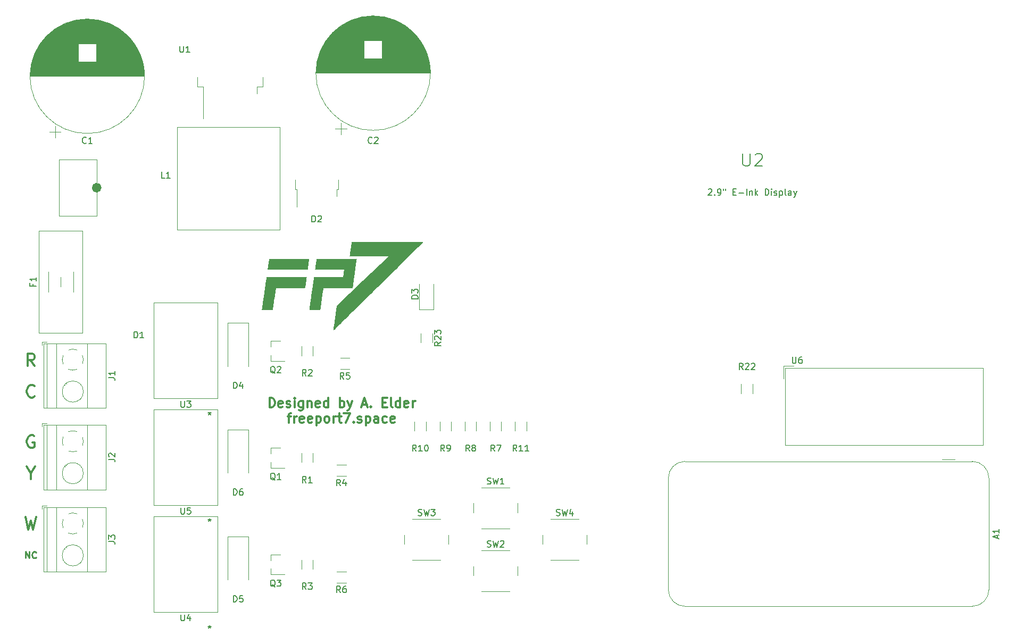
<source format=gbr>
%TF.GenerationSoftware,KiCad,Pcbnew,(6.0.5)*%
%TF.CreationDate,2022-07-11T20:41:14-04:00*%
%TF.ProjectId,Test Board,54657374-2042-46f6-9172-642e6b696361,rev?*%
%TF.SameCoordinates,Original*%
%TF.FileFunction,Legend,Top*%
%TF.FilePolarity,Positive*%
%FSLAX46Y46*%
G04 Gerber Fmt 4.6, Leading zero omitted, Abs format (unit mm)*
G04 Created by KiCad (PCBNEW (6.0.5)) date 2022-07-11 20:41:14*
%MOMM*%
%LPD*%
G01*
G04 APERTURE LIST*
%ADD10C,0.300000*%
%ADD11C,0.250000*%
%ADD12C,0.150000*%
%ADD13C,0.120000*%
%ADD14C,0.790274*%
G04 APERTURE END LIST*
D10*
X145000000Y-108971071D02*
X145000000Y-107471071D01*
X145357142Y-107471071D01*
X145571428Y-107542500D01*
X145714285Y-107685357D01*
X145785714Y-107828214D01*
X145857142Y-108113928D01*
X145857142Y-108328214D01*
X145785714Y-108613928D01*
X145714285Y-108756785D01*
X145571428Y-108899642D01*
X145357142Y-108971071D01*
X145000000Y-108971071D01*
X147071428Y-108899642D02*
X146928571Y-108971071D01*
X146642857Y-108971071D01*
X146500000Y-108899642D01*
X146428571Y-108756785D01*
X146428571Y-108185357D01*
X146500000Y-108042500D01*
X146642857Y-107971071D01*
X146928571Y-107971071D01*
X147071428Y-108042500D01*
X147142857Y-108185357D01*
X147142857Y-108328214D01*
X146428571Y-108471071D01*
X147714285Y-108899642D02*
X147857142Y-108971071D01*
X148142857Y-108971071D01*
X148285714Y-108899642D01*
X148357142Y-108756785D01*
X148357142Y-108685357D01*
X148285714Y-108542500D01*
X148142857Y-108471071D01*
X147928571Y-108471071D01*
X147785714Y-108399642D01*
X147714285Y-108256785D01*
X147714285Y-108185357D01*
X147785714Y-108042500D01*
X147928571Y-107971071D01*
X148142857Y-107971071D01*
X148285714Y-108042500D01*
X149000000Y-108971071D02*
X149000000Y-107971071D01*
X149000000Y-107471071D02*
X148928571Y-107542500D01*
X149000000Y-107613928D01*
X149071428Y-107542500D01*
X149000000Y-107471071D01*
X149000000Y-107613928D01*
X150357142Y-107971071D02*
X150357142Y-109185357D01*
X150285714Y-109328214D01*
X150214285Y-109399642D01*
X150071428Y-109471071D01*
X149857142Y-109471071D01*
X149714285Y-109399642D01*
X150357142Y-108899642D02*
X150214285Y-108971071D01*
X149928571Y-108971071D01*
X149785714Y-108899642D01*
X149714285Y-108828214D01*
X149642857Y-108685357D01*
X149642857Y-108256785D01*
X149714285Y-108113928D01*
X149785714Y-108042500D01*
X149928571Y-107971071D01*
X150214285Y-107971071D01*
X150357142Y-108042500D01*
X151071428Y-107971071D02*
X151071428Y-108971071D01*
X151071428Y-108113928D02*
X151142857Y-108042500D01*
X151285714Y-107971071D01*
X151500000Y-107971071D01*
X151642857Y-108042500D01*
X151714285Y-108185357D01*
X151714285Y-108971071D01*
X153000000Y-108899642D02*
X152857142Y-108971071D01*
X152571428Y-108971071D01*
X152428571Y-108899642D01*
X152357142Y-108756785D01*
X152357142Y-108185357D01*
X152428571Y-108042500D01*
X152571428Y-107971071D01*
X152857142Y-107971071D01*
X153000000Y-108042500D01*
X153071428Y-108185357D01*
X153071428Y-108328214D01*
X152357142Y-108471071D01*
X154357142Y-108971071D02*
X154357142Y-107471071D01*
X154357142Y-108899642D02*
X154214285Y-108971071D01*
X153928571Y-108971071D01*
X153785714Y-108899642D01*
X153714285Y-108828214D01*
X153642857Y-108685357D01*
X153642857Y-108256785D01*
X153714285Y-108113928D01*
X153785714Y-108042500D01*
X153928571Y-107971071D01*
X154214285Y-107971071D01*
X154357142Y-108042500D01*
X156214285Y-108971071D02*
X156214285Y-107471071D01*
X156214285Y-108042500D02*
X156357142Y-107971071D01*
X156642857Y-107971071D01*
X156785714Y-108042500D01*
X156857142Y-108113928D01*
X156928571Y-108256785D01*
X156928571Y-108685357D01*
X156857142Y-108828214D01*
X156785714Y-108899642D01*
X156642857Y-108971071D01*
X156357142Y-108971071D01*
X156214285Y-108899642D01*
X157428571Y-107971071D02*
X157785714Y-108971071D01*
X158142857Y-107971071D02*
X157785714Y-108971071D01*
X157642857Y-109328214D01*
X157571428Y-109399642D01*
X157428571Y-109471071D01*
X159785714Y-108542500D02*
X160500000Y-108542500D01*
X159642857Y-108971071D02*
X160142857Y-107471071D01*
X160642857Y-108971071D01*
X161142857Y-108828214D02*
X161214285Y-108899642D01*
X161142857Y-108971071D01*
X161071428Y-108899642D01*
X161142857Y-108828214D01*
X161142857Y-108971071D01*
X163000000Y-108185357D02*
X163500000Y-108185357D01*
X163714285Y-108971071D02*
X163000000Y-108971071D01*
X163000000Y-107471071D01*
X163714285Y-107471071D01*
X164571428Y-108971071D02*
X164428571Y-108899642D01*
X164357142Y-108756785D01*
X164357142Y-107471071D01*
X165785714Y-108971071D02*
X165785714Y-107471071D01*
X165785714Y-108899642D02*
X165642857Y-108971071D01*
X165357142Y-108971071D01*
X165214285Y-108899642D01*
X165142857Y-108828214D01*
X165071428Y-108685357D01*
X165071428Y-108256785D01*
X165142857Y-108113928D01*
X165214285Y-108042500D01*
X165357142Y-107971071D01*
X165642857Y-107971071D01*
X165785714Y-108042500D01*
X167071428Y-108899642D02*
X166928571Y-108971071D01*
X166642857Y-108971071D01*
X166500000Y-108899642D01*
X166428571Y-108756785D01*
X166428571Y-108185357D01*
X166500000Y-108042500D01*
X166642857Y-107971071D01*
X166928571Y-107971071D01*
X167071428Y-108042500D01*
X167142857Y-108185357D01*
X167142857Y-108328214D01*
X166428571Y-108471071D01*
X167785714Y-108971071D02*
X167785714Y-107971071D01*
X167785714Y-108256785D02*
X167857142Y-108113928D01*
X167928571Y-108042500D01*
X168071428Y-107971071D01*
X168214285Y-107971071D01*
X147892857Y-110386071D02*
X148464285Y-110386071D01*
X148107142Y-111386071D02*
X148107142Y-110100357D01*
X148178571Y-109957500D01*
X148321428Y-109886071D01*
X148464285Y-109886071D01*
X148964285Y-111386071D02*
X148964285Y-110386071D01*
X148964285Y-110671785D02*
X149035714Y-110528928D01*
X149107142Y-110457500D01*
X149250000Y-110386071D01*
X149392857Y-110386071D01*
X150464285Y-111314642D02*
X150321428Y-111386071D01*
X150035714Y-111386071D01*
X149892857Y-111314642D01*
X149821428Y-111171785D01*
X149821428Y-110600357D01*
X149892857Y-110457500D01*
X150035714Y-110386071D01*
X150321428Y-110386071D01*
X150464285Y-110457500D01*
X150535714Y-110600357D01*
X150535714Y-110743214D01*
X149821428Y-110886071D01*
X151750000Y-111314642D02*
X151607142Y-111386071D01*
X151321428Y-111386071D01*
X151178571Y-111314642D01*
X151107142Y-111171785D01*
X151107142Y-110600357D01*
X151178571Y-110457500D01*
X151321428Y-110386071D01*
X151607142Y-110386071D01*
X151750000Y-110457500D01*
X151821428Y-110600357D01*
X151821428Y-110743214D01*
X151107142Y-110886071D01*
X152464285Y-110386071D02*
X152464285Y-111886071D01*
X152464285Y-110457500D02*
X152607142Y-110386071D01*
X152892857Y-110386071D01*
X153035714Y-110457500D01*
X153107142Y-110528928D01*
X153178571Y-110671785D01*
X153178571Y-111100357D01*
X153107142Y-111243214D01*
X153035714Y-111314642D01*
X152892857Y-111386071D01*
X152607142Y-111386071D01*
X152464285Y-111314642D01*
X154035714Y-111386071D02*
X153892857Y-111314642D01*
X153821428Y-111243214D01*
X153750000Y-111100357D01*
X153750000Y-110671785D01*
X153821428Y-110528928D01*
X153892857Y-110457500D01*
X154035714Y-110386071D01*
X154250000Y-110386071D01*
X154392857Y-110457500D01*
X154464285Y-110528928D01*
X154535714Y-110671785D01*
X154535714Y-111100357D01*
X154464285Y-111243214D01*
X154392857Y-111314642D01*
X154250000Y-111386071D01*
X154035714Y-111386071D01*
X155178571Y-111386071D02*
X155178571Y-110386071D01*
X155178571Y-110671785D02*
X155250000Y-110528928D01*
X155321428Y-110457500D01*
X155464285Y-110386071D01*
X155607142Y-110386071D01*
X155892857Y-110386071D02*
X156464285Y-110386071D01*
X156107142Y-109886071D02*
X156107142Y-111171785D01*
X156178571Y-111314642D01*
X156321428Y-111386071D01*
X156464285Y-111386071D01*
X156821428Y-109886071D02*
X157821428Y-109886071D01*
X157178571Y-111386071D01*
X158392857Y-111243214D02*
X158464285Y-111314642D01*
X158392857Y-111386071D01*
X158321428Y-111314642D01*
X158392857Y-111243214D01*
X158392857Y-111386071D01*
X159035714Y-111314642D02*
X159178571Y-111386071D01*
X159464285Y-111386071D01*
X159607142Y-111314642D01*
X159678571Y-111171785D01*
X159678571Y-111100357D01*
X159607142Y-110957500D01*
X159464285Y-110886071D01*
X159250000Y-110886071D01*
X159107142Y-110814642D01*
X159035714Y-110671785D01*
X159035714Y-110600357D01*
X159107142Y-110457500D01*
X159250000Y-110386071D01*
X159464285Y-110386071D01*
X159607142Y-110457500D01*
X160321428Y-110386071D02*
X160321428Y-111886071D01*
X160321428Y-110457500D02*
X160464285Y-110386071D01*
X160750000Y-110386071D01*
X160892857Y-110457500D01*
X160964285Y-110528928D01*
X161035714Y-110671785D01*
X161035714Y-111100357D01*
X160964285Y-111243214D01*
X160892857Y-111314642D01*
X160750000Y-111386071D01*
X160464285Y-111386071D01*
X160321428Y-111314642D01*
X162321428Y-111386071D02*
X162321428Y-110600357D01*
X162250000Y-110457500D01*
X162107142Y-110386071D01*
X161821428Y-110386071D01*
X161678571Y-110457500D01*
X162321428Y-111314642D02*
X162178571Y-111386071D01*
X161821428Y-111386071D01*
X161678571Y-111314642D01*
X161607142Y-111171785D01*
X161607142Y-111028928D01*
X161678571Y-110886071D01*
X161821428Y-110814642D01*
X162178571Y-110814642D01*
X162321428Y-110743214D01*
X163678571Y-111314642D02*
X163535714Y-111386071D01*
X163250000Y-111386071D01*
X163107142Y-111314642D01*
X163035714Y-111243214D01*
X162964285Y-111100357D01*
X162964285Y-110671785D01*
X163035714Y-110528928D01*
X163107142Y-110457500D01*
X163250000Y-110386071D01*
X163535714Y-110386071D01*
X163678571Y-110457500D01*
X164892857Y-111314642D02*
X164750000Y-111386071D01*
X164464285Y-111386071D01*
X164321428Y-111314642D01*
X164250000Y-111171785D01*
X164250000Y-110600357D01*
X164321428Y-110457500D01*
X164464285Y-110386071D01*
X164750000Y-110386071D01*
X164892857Y-110457500D01*
X164964285Y-110600357D01*
X164964285Y-110743214D01*
X164250000Y-110886071D01*
D11*
X106214285Y-132952380D02*
X106214285Y-131952380D01*
X106785714Y-132952380D01*
X106785714Y-131952380D01*
X107833333Y-132857142D02*
X107785714Y-132904761D01*
X107642857Y-132952380D01*
X107547619Y-132952380D01*
X107404761Y-132904761D01*
X107309523Y-132809523D01*
X107261904Y-132714285D01*
X107214285Y-132523809D01*
X107214285Y-132380952D01*
X107261904Y-132190476D01*
X107309523Y-132095238D01*
X107404761Y-132000000D01*
X107547619Y-131952380D01*
X107642857Y-131952380D01*
X107785714Y-132000000D01*
X107833333Y-132047619D01*
D10*
X106142857Y-126404761D02*
X106619047Y-128404761D01*
X107000000Y-126976190D01*
X107380952Y-128404761D01*
X107857142Y-126404761D01*
X107000000Y-119452380D02*
X107000000Y-120404761D01*
X106333333Y-118404761D02*
X107000000Y-119452380D01*
X107666666Y-118404761D01*
X107523809Y-113500000D02*
X107333333Y-113404761D01*
X107047619Y-113404761D01*
X106761904Y-113500000D01*
X106571428Y-113690476D01*
X106476190Y-113880952D01*
X106380952Y-114261904D01*
X106380952Y-114547619D01*
X106476190Y-114928571D01*
X106571428Y-115119047D01*
X106761904Y-115309523D01*
X107047619Y-115404761D01*
X107238095Y-115404761D01*
X107523809Y-115309523D01*
X107619047Y-115214285D01*
X107619047Y-114547619D01*
X107238095Y-114547619D01*
X107619047Y-107214285D02*
X107523809Y-107309523D01*
X107238095Y-107404761D01*
X107047619Y-107404761D01*
X106761904Y-107309523D01*
X106571428Y-107119047D01*
X106476190Y-106928571D01*
X106380952Y-106547619D01*
X106380952Y-106261904D01*
X106476190Y-105880952D01*
X106571428Y-105690476D01*
X106761904Y-105500000D01*
X107047619Y-105404761D01*
X107238095Y-105404761D01*
X107523809Y-105500000D01*
X107619047Y-105595238D01*
X107619047Y-102404761D02*
X106952380Y-101452380D01*
X106476190Y-102404761D02*
X106476190Y-100404761D01*
X107238095Y-100404761D01*
X107428571Y-100500000D01*
X107523809Y-100595238D01*
X107619047Y-100785714D01*
X107619047Y-101071428D01*
X107523809Y-101261904D01*
X107428571Y-101357142D01*
X107238095Y-101452380D01*
X106476190Y-101452380D01*
D12*
%TO.C,F1*%
X107358571Y-89333333D02*
X107358571Y-89666666D01*
X107882380Y-89666666D02*
X106882380Y-89666666D01*
X106882380Y-89190476D01*
X107882380Y-88285714D02*
X107882380Y-88857142D01*
X107882380Y-88571428D02*
X106882380Y-88571428D01*
X107025238Y-88666666D01*
X107120476Y-88761904D01*
X107168095Y-88857142D01*
%TO.C,D2*%
X151761904Y-79452380D02*
X151761904Y-78452380D01*
X152000000Y-78452380D01*
X152142857Y-78500000D01*
X152238095Y-78595238D01*
X152285714Y-78690476D01*
X152333333Y-78880952D01*
X152333333Y-79023809D01*
X152285714Y-79214285D01*
X152238095Y-79309523D01*
X152142857Y-79404761D01*
X152000000Y-79452380D01*
X151761904Y-79452380D01*
X152714285Y-78547619D02*
X152761904Y-78500000D01*
X152857142Y-78452380D01*
X153095238Y-78452380D01*
X153190476Y-78500000D01*
X153238095Y-78547619D01*
X153285714Y-78642857D01*
X153285714Y-78738095D01*
X153238095Y-78880952D01*
X152666666Y-79452380D01*
X153285714Y-79452380D01*
%TO.C,C1*%
X115833333Y-66857142D02*
X115785714Y-66904761D01*
X115642857Y-66952380D01*
X115547619Y-66952380D01*
X115404761Y-66904761D01*
X115309523Y-66809523D01*
X115261904Y-66714285D01*
X115214285Y-66523809D01*
X115214285Y-66380952D01*
X115261904Y-66190476D01*
X115309523Y-66095238D01*
X115404761Y-66000000D01*
X115547619Y-65952380D01*
X115642857Y-65952380D01*
X115785714Y-66000000D01*
X115833333Y-66047619D01*
X116785714Y-66952380D02*
X116214285Y-66952380D01*
X116500000Y-66952380D02*
X116500000Y-65952380D01*
X116404761Y-66095238D01*
X116309523Y-66190476D01*
X116214285Y-66238095D01*
%TO.C,C2*%
X161333333Y-66857142D02*
X161285714Y-66904761D01*
X161142857Y-66952380D01*
X161047619Y-66952380D01*
X160904761Y-66904761D01*
X160809523Y-66809523D01*
X160761904Y-66714285D01*
X160714285Y-66523809D01*
X160714285Y-66380952D01*
X160761904Y-66190476D01*
X160809523Y-66095238D01*
X160904761Y-66000000D01*
X161047619Y-65952380D01*
X161142857Y-65952380D01*
X161285714Y-66000000D01*
X161333333Y-66047619D01*
X161714285Y-66047619D02*
X161761904Y-66000000D01*
X161857142Y-65952380D01*
X162095238Y-65952380D01*
X162190476Y-66000000D01*
X162238095Y-66047619D01*
X162285714Y-66142857D01*
X162285714Y-66238095D01*
X162238095Y-66380952D01*
X161666666Y-66952380D01*
X162285714Y-66952380D01*
%TO.C,D1*%
X123456904Y-97907380D02*
X123456904Y-96907380D01*
X123695000Y-96907380D01*
X123837857Y-96955000D01*
X123933095Y-97050238D01*
X123980714Y-97145476D01*
X124028333Y-97335952D01*
X124028333Y-97478809D01*
X123980714Y-97669285D01*
X123933095Y-97764523D01*
X123837857Y-97859761D01*
X123695000Y-97907380D01*
X123456904Y-97907380D01*
X124980714Y-97907380D02*
X124409285Y-97907380D01*
X124695000Y-97907380D02*
X124695000Y-96907380D01*
X124599761Y-97050238D01*
X124504523Y-97145476D01*
X124409285Y-97193095D01*
%TO.C,D3*%
X168632380Y-91658095D02*
X167632380Y-91658095D01*
X167632380Y-91420000D01*
X167680000Y-91277142D01*
X167775238Y-91181904D01*
X167870476Y-91134285D01*
X168060952Y-91086666D01*
X168203809Y-91086666D01*
X168394285Y-91134285D01*
X168489523Y-91181904D01*
X168584761Y-91277142D01*
X168632380Y-91420000D01*
X168632380Y-91658095D01*
X167632380Y-90753333D02*
X167632380Y-90134285D01*
X168013333Y-90467619D01*
X168013333Y-90324761D01*
X168060952Y-90229523D01*
X168108571Y-90181904D01*
X168203809Y-90134285D01*
X168441904Y-90134285D01*
X168537142Y-90181904D01*
X168584761Y-90229523D01*
X168632380Y-90324761D01*
X168632380Y-90610476D01*
X168584761Y-90705714D01*
X168537142Y-90753333D01*
%TO.C,J1*%
X119407380Y-104248333D02*
X120121666Y-104248333D01*
X120264523Y-104295952D01*
X120359761Y-104391190D01*
X120407380Y-104534047D01*
X120407380Y-104629285D01*
X120407380Y-103248333D02*
X120407380Y-103819761D01*
X120407380Y-103534047D02*
X119407380Y-103534047D01*
X119550238Y-103629285D01*
X119645476Y-103724523D01*
X119693095Y-103819761D01*
%TO.C,J2*%
X119407380Y-117248333D02*
X120121666Y-117248333D01*
X120264523Y-117295952D01*
X120359761Y-117391190D01*
X120407380Y-117534047D01*
X120407380Y-117629285D01*
X119502619Y-116819761D02*
X119455000Y-116772142D01*
X119407380Y-116676904D01*
X119407380Y-116438809D01*
X119455000Y-116343571D01*
X119502619Y-116295952D01*
X119597857Y-116248333D01*
X119693095Y-116248333D01*
X119835952Y-116295952D01*
X120407380Y-116867380D01*
X120407380Y-116248333D01*
%TO.C,J3*%
X119407380Y-130328333D02*
X120121666Y-130328333D01*
X120264523Y-130375952D01*
X120359761Y-130471190D01*
X120407380Y-130614047D01*
X120407380Y-130709285D01*
X119407380Y-129947380D02*
X119407380Y-129328333D01*
X119788333Y-129661666D01*
X119788333Y-129518809D01*
X119835952Y-129423571D01*
X119883571Y-129375952D01*
X119978809Y-129328333D01*
X120216904Y-129328333D01*
X120312142Y-129375952D01*
X120359761Y-129423571D01*
X120407380Y-129518809D01*
X120407380Y-129804523D01*
X120359761Y-129899761D01*
X120312142Y-129947380D01*
%TO.C,L1*%
X128333333Y-72452380D02*
X127857142Y-72452380D01*
X127857142Y-71452380D01*
X129190476Y-72452380D02*
X128619047Y-72452380D01*
X128904761Y-72452380D02*
X128904761Y-71452380D01*
X128809523Y-71595238D01*
X128714285Y-71690476D01*
X128619047Y-71738095D01*
%TO.C,Q1*%
X145904761Y-120547619D02*
X145809523Y-120500000D01*
X145714285Y-120404761D01*
X145571428Y-120261904D01*
X145476190Y-120214285D01*
X145380952Y-120214285D01*
X145428571Y-120452380D02*
X145333333Y-120404761D01*
X145238095Y-120309523D01*
X145190476Y-120119047D01*
X145190476Y-119785714D01*
X145238095Y-119595238D01*
X145333333Y-119500000D01*
X145428571Y-119452380D01*
X145619047Y-119452380D01*
X145714285Y-119500000D01*
X145809523Y-119595238D01*
X145857142Y-119785714D01*
X145857142Y-120119047D01*
X145809523Y-120309523D01*
X145714285Y-120404761D01*
X145619047Y-120452380D01*
X145428571Y-120452380D01*
X146809523Y-120452380D02*
X146238095Y-120452380D01*
X146523809Y-120452380D02*
X146523809Y-119452380D01*
X146428571Y-119595238D01*
X146333333Y-119690476D01*
X146238095Y-119738095D01*
%TO.C,Q2*%
X145904761Y-103547619D02*
X145809523Y-103500000D01*
X145714285Y-103404761D01*
X145571428Y-103261904D01*
X145476190Y-103214285D01*
X145380952Y-103214285D01*
X145428571Y-103452380D02*
X145333333Y-103404761D01*
X145238095Y-103309523D01*
X145190476Y-103119047D01*
X145190476Y-102785714D01*
X145238095Y-102595238D01*
X145333333Y-102500000D01*
X145428571Y-102452380D01*
X145619047Y-102452380D01*
X145714285Y-102500000D01*
X145809523Y-102595238D01*
X145857142Y-102785714D01*
X145857142Y-103119047D01*
X145809523Y-103309523D01*
X145714285Y-103404761D01*
X145619047Y-103452380D01*
X145428571Y-103452380D01*
X146238095Y-102547619D02*
X146285714Y-102500000D01*
X146380952Y-102452380D01*
X146619047Y-102452380D01*
X146714285Y-102500000D01*
X146761904Y-102547619D01*
X146809523Y-102642857D01*
X146809523Y-102738095D01*
X146761904Y-102880952D01*
X146190476Y-103452380D01*
X146809523Y-103452380D01*
%TO.C,Q3*%
X145904761Y-137547619D02*
X145809523Y-137500000D01*
X145714285Y-137404761D01*
X145571428Y-137261904D01*
X145476190Y-137214285D01*
X145380952Y-137214285D01*
X145428571Y-137452380D02*
X145333333Y-137404761D01*
X145238095Y-137309523D01*
X145190476Y-137119047D01*
X145190476Y-136785714D01*
X145238095Y-136595238D01*
X145333333Y-136500000D01*
X145428571Y-136452380D01*
X145619047Y-136452380D01*
X145714285Y-136500000D01*
X145809523Y-136595238D01*
X145857142Y-136785714D01*
X145857142Y-137119047D01*
X145809523Y-137309523D01*
X145714285Y-137404761D01*
X145619047Y-137452380D01*
X145428571Y-137452380D01*
X146190476Y-136452380D02*
X146809523Y-136452380D01*
X146476190Y-136833333D01*
X146619047Y-136833333D01*
X146714285Y-136880952D01*
X146761904Y-136928571D01*
X146809523Y-137023809D01*
X146809523Y-137261904D01*
X146761904Y-137357142D01*
X146714285Y-137404761D01*
X146619047Y-137452380D01*
X146333333Y-137452380D01*
X146238095Y-137404761D01*
X146190476Y-137357142D01*
%TO.C,R1*%
X150833333Y-120952380D02*
X150500000Y-120476190D01*
X150261904Y-120952380D02*
X150261904Y-119952380D01*
X150642857Y-119952380D01*
X150738095Y-120000000D01*
X150785714Y-120047619D01*
X150833333Y-120142857D01*
X150833333Y-120285714D01*
X150785714Y-120380952D01*
X150738095Y-120428571D01*
X150642857Y-120476190D01*
X150261904Y-120476190D01*
X151785714Y-120952380D02*
X151214285Y-120952380D01*
X151500000Y-120952380D02*
X151500000Y-119952380D01*
X151404761Y-120095238D01*
X151309523Y-120190476D01*
X151214285Y-120238095D01*
%TO.C,R2*%
X150833333Y-103952380D02*
X150500000Y-103476190D01*
X150261904Y-103952380D02*
X150261904Y-102952380D01*
X150642857Y-102952380D01*
X150738095Y-103000000D01*
X150785714Y-103047619D01*
X150833333Y-103142857D01*
X150833333Y-103285714D01*
X150785714Y-103380952D01*
X150738095Y-103428571D01*
X150642857Y-103476190D01*
X150261904Y-103476190D01*
X151214285Y-103047619D02*
X151261904Y-103000000D01*
X151357142Y-102952380D01*
X151595238Y-102952380D01*
X151690476Y-103000000D01*
X151738095Y-103047619D01*
X151785714Y-103142857D01*
X151785714Y-103238095D01*
X151738095Y-103380952D01*
X151166666Y-103952380D01*
X151785714Y-103952380D01*
%TO.C,R3*%
X150833333Y-137952380D02*
X150500000Y-137476190D01*
X150261904Y-137952380D02*
X150261904Y-136952380D01*
X150642857Y-136952380D01*
X150738095Y-137000000D01*
X150785714Y-137047619D01*
X150833333Y-137142857D01*
X150833333Y-137285714D01*
X150785714Y-137380952D01*
X150738095Y-137428571D01*
X150642857Y-137476190D01*
X150261904Y-137476190D01*
X151166666Y-136952380D02*
X151785714Y-136952380D01*
X151452380Y-137333333D01*
X151595238Y-137333333D01*
X151690476Y-137380952D01*
X151738095Y-137428571D01*
X151785714Y-137523809D01*
X151785714Y-137761904D01*
X151738095Y-137857142D01*
X151690476Y-137904761D01*
X151595238Y-137952380D01*
X151309523Y-137952380D01*
X151214285Y-137904761D01*
X151166666Y-137857142D01*
%TO.C,R4*%
X156295833Y-121452380D02*
X155962500Y-120976190D01*
X155724404Y-121452380D02*
X155724404Y-120452380D01*
X156105357Y-120452380D01*
X156200595Y-120500000D01*
X156248214Y-120547619D01*
X156295833Y-120642857D01*
X156295833Y-120785714D01*
X156248214Y-120880952D01*
X156200595Y-120928571D01*
X156105357Y-120976190D01*
X155724404Y-120976190D01*
X157152976Y-120785714D02*
X157152976Y-121452380D01*
X156914880Y-120404761D02*
X156676785Y-121119047D01*
X157295833Y-121119047D01*
%TO.C,R5*%
X156833333Y-104452380D02*
X156500000Y-103976190D01*
X156261904Y-104452380D02*
X156261904Y-103452380D01*
X156642857Y-103452380D01*
X156738095Y-103500000D01*
X156785714Y-103547619D01*
X156833333Y-103642857D01*
X156833333Y-103785714D01*
X156785714Y-103880952D01*
X156738095Y-103928571D01*
X156642857Y-103976190D01*
X156261904Y-103976190D01*
X157738095Y-103452380D02*
X157261904Y-103452380D01*
X157214285Y-103928571D01*
X157261904Y-103880952D01*
X157357142Y-103833333D01*
X157595238Y-103833333D01*
X157690476Y-103880952D01*
X157738095Y-103928571D01*
X157785714Y-104023809D01*
X157785714Y-104261904D01*
X157738095Y-104357142D01*
X157690476Y-104404761D01*
X157595238Y-104452380D01*
X157357142Y-104452380D01*
X157261904Y-104404761D01*
X157214285Y-104357142D01*
%TO.C,R6*%
X156295833Y-138452380D02*
X155962500Y-137976190D01*
X155724404Y-138452380D02*
X155724404Y-137452380D01*
X156105357Y-137452380D01*
X156200595Y-137500000D01*
X156248214Y-137547619D01*
X156295833Y-137642857D01*
X156295833Y-137785714D01*
X156248214Y-137880952D01*
X156200595Y-137928571D01*
X156105357Y-137976190D01*
X155724404Y-137976190D01*
X157152976Y-137452380D02*
X156962500Y-137452380D01*
X156867261Y-137500000D01*
X156819642Y-137547619D01*
X156724404Y-137690476D01*
X156676785Y-137880952D01*
X156676785Y-138261904D01*
X156724404Y-138357142D01*
X156772023Y-138404761D01*
X156867261Y-138452380D01*
X157057738Y-138452380D01*
X157152976Y-138404761D01*
X157200595Y-138357142D01*
X157248214Y-138261904D01*
X157248214Y-138023809D01*
X157200595Y-137928571D01*
X157152976Y-137880952D01*
X157057738Y-137833333D01*
X156867261Y-137833333D01*
X156772023Y-137880952D01*
X156724404Y-137928571D01*
X156676785Y-138023809D01*
%TO.C,R7*%
X180833333Y-115952380D02*
X180500000Y-115476190D01*
X180261904Y-115952380D02*
X180261904Y-114952380D01*
X180642857Y-114952380D01*
X180738095Y-115000000D01*
X180785714Y-115047619D01*
X180833333Y-115142857D01*
X180833333Y-115285714D01*
X180785714Y-115380952D01*
X180738095Y-115428571D01*
X180642857Y-115476190D01*
X180261904Y-115476190D01*
X181166666Y-114952380D02*
X181833333Y-114952380D01*
X181404761Y-115952380D01*
%TO.C,R8*%
X176833333Y-115952380D02*
X176500000Y-115476190D01*
X176261904Y-115952380D02*
X176261904Y-114952380D01*
X176642857Y-114952380D01*
X176738095Y-115000000D01*
X176785714Y-115047619D01*
X176833333Y-115142857D01*
X176833333Y-115285714D01*
X176785714Y-115380952D01*
X176738095Y-115428571D01*
X176642857Y-115476190D01*
X176261904Y-115476190D01*
X177404761Y-115380952D02*
X177309523Y-115333333D01*
X177261904Y-115285714D01*
X177214285Y-115190476D01*
X177214285Y-115142857D01*
X177261904Y-115047619D01*
X177309523Y-115000000D01*
X177404761Y-114952380D01*
X177595238Y-114952380D01*
X177690476Y-115000000D01*
X177738095Y-115047619D01*
X177785714Y-115142857D01*
X177785714Y-115190476D01*
X177738095Y-115285714D01*
X177690476Y-115333333D01*
X177595238Y-115380952D01*
X177404761Y-115380952D01*
X177309523Y-115428571D01*
X177261904Y-115476190D01*
X177214285Y-115571428D01*
X177214285Y-115761904D01*
X177261904Y-115857142D01*
X177309523Y-115904761D01*
X177404761Y-115952380D01*
X177595238Y-115952380D01*
X177690476Y-115904761D01*
X177738095Y-115857142D01*
X177785714Y-115761904D01*
X177785714Y-115571428D01*
X177738095Y-115476190D01*
X177690476Y-115428571D01*
X177595238Y-115380952D01*
%TO.C,R9*%
X172833333Y-115952380D02*
X172500000Y-115476190D01*
X172261904Y-115952380D02*
X172261904Y-114952380D01*
X172642857Y-114952380D01*
X172738095Y-115000000D01*
X172785714Y-115047619D01*
X172833333Y-115142857D01*
X172833333Y-115285714D01*
X172785714Y-115380952D01*
X172738095Y-115428571D01*
X172642857Y-115476190D01*
X172261904Y-115476190D01*
X173309523Y-115952380D02*
X173500000Y-115952380D01*
X173595238Y-115904761D01*
X173642857Y-115857142D01*
X173738095Y-115714285D01*
X173785714Y-115523809D01*
X173785714Y-115142857D01*
X173738095Y-115047619D01*
X173690476Y-115000000D01*
X173595238Y-114952380D01*
X173404761Y-114952380D01*
X173309523Y-115000000D01*
X173261904Y-115047619D01*
X173214285Y-115142857D01*
X173214285Y-115380952D01*
X173261904Y-115476190D01*
X173309523Y-115523809D01*
X173404761Y-115571428D01*
X173595238Y-115571428D01*
X173690476Y-115523809D01*
X173738095Y-115476190D01*
X173785714Y-115380952D01*
%TO.C,R10*%
X168357142Y-115952380D02*
X168023809Y-115476190D01*
X167785714Y-115952380D02*
X167785714Y-114952380D01*
X168166666Y-114952380D01*
X168261904Y-115000000D01*
X168309523Y-115047619D01*
X168357142Y-115142857D01*
X168357142Y-115285714D01*
X168309523Y-115380952D01*
X168261904Y-115428571D01*
X168166666Y-115476190D01*
X167785714Y-115476190D01*
X169309523Y-115952380D02*
X168738095Y-115952380D01*
X169023809Y-115952380D02*
X169023809Y-114952380D01*
X168928571Y-115095238D01*
X168833333Y-115190476D01*
X168738095Y-115238095D01*
X169928571Y-114952380D02*
X170023809Y-114952380D01*
X170119047Y-115000000D01*
X170166666Y-115047619D01*
X170214285Y-115142857D01*
X170261904Y-115333333D01*
X170261904Y-115571428D01*
X170214285Y-115761904D01*
X170166666Y-115857142D01*
X170119047Y-115904761D01*
X170023809Y-115952380D01*
X169928571Y-115952380D01*
X169833333Y-115904761D01*
X169785714Y-115857142D01*
X169738095Y-115761904D01*
X169690476Y-115571428D01*
X169690476Y-115333333D01*
X169738095Y-115142857D01*
X169785714Y-115047619D01*
X169833333Y-115000000D01*
X169928571Y-114952380D01*
%TO.C,R22*%
X220357142Y-102952380D02*
X220023809Y-102476190D01*
X219785714Y-102952380D02*
X219785714Y-101952380D01*
X220166666Y-101952380D01*
X220261904Y-102000000D01*
X220309523Y-102047619D01*
X220357142Y-102142857D01*
X220357142Y-102285714D01*
X220309523Y-102380952D01*
X220261904Y-102428571D01*
X220166666Y-102476190D01*
X219785714Y-102476190D01*
X220738095Y-102047619D02*
X220785714Y-102000000D01*
X220880952Y-101952380D01*
X221119047Y-101952380D01*
X221214285Y-102000000D01*
X221261904Y-102047619D01*
X221309523Y-102142857D01*
X221309523Y-102238095D01*
X221261904Y-102380952D01*
X220690476Y-102952380D01*
X221309523Y-102952380D01*
X221690476Y-102047619D02*
X221738095Y-102000000D01*
X221833333Y-101952380D01*
X222071428Y-101952380D01*
X222166666Y-102000000D01*
X222214285Y-102047619D01*
X222261904Y-102142857D01*
X222261904Y-102238095D01*
X222214285Y-102380952D01*
X221642857Y-102952380D01*
X222261904Y-102952380D01*
%TO.C,R23*%
X172272380Y-98562857D02*
X171796190Y-98896190D01*
X172272380Y-99134285D02*
X171272380Y-99134285D01*
X171272380Y-98753333D01*
X171320000Y-98658095D01*
X171367619Y-98610476D01*
X171462857Y-98562857D01*
X171605714Y-98562857D01*
X171700952Y-98610476D01*
X171748571Y-98658095D01*
X171796190Y-98753333D01*
X171796190Y-99134285D01*
X171367619Y-98181904D02*
X171320000Y-98134285D01*
X171272380Y-98039047D01*
X171272380Y-97800952D01*
X171320000Y-97705714D01*
X171367619Y-97658095D01*
X171462857Y-97610476D01*
X171558095Y-97610476D01*
X171700952Y-97658095D01*
X172272380Y-98229523D01*
X172272380Y-97610476D01*
X171272380Y-97277142D02*
X171272380Y-96658095D01*
X171653333Y-96991428D01*
X171653333Y-96848571D01*
X171700952Y-96753333D01*
X171748571Y-96705714D01*
X171843809Y-96658095D01*
X172081904Y-96658095D01*
X172177142Y-96705714D01*
X172224761Y-96753333D01*
X172272380Y-96848571D01*
X172272380Y-97134285D01*
X172224761Y-97229523D01*
X172177142Y-97277142D01*
%TO.C,U1*%
X130738095Y-51452380D02*
X130738095Y-52261904D01*
X130785714Y-52357142D01*
X130833333Y-52404761D01*
X130928571Y-52452380D01*
X131119047Y-52452380D01*
X131214285Y-52404761D01*
X131261904Y-52357142D01*
X131309523Y-52261904D01*
X131309523Y-51452380D01*
X132309523Y-52452380D02*
X131738095Y-52452380D01*
X132023809Y-52452380D02*
X132023809Y-51452380D01*
X131928571Y-51595238D01*
X131833333Y-51690476D01*
X131738095Y-51738095D01*
%TO.C,U2*%
X220333690Y-68571761D02*
X220333690Y-70190809D01*
X220428928Y-70381285D01*
X220524166Y-70476523D01*
X220714642Y-70571761D01*
X221095595Y-70571761D01*
X221286071Y-70476523D01*
X221381309Y-70381285D01*
X221476547Y-70190809D01*
X221476547Y-68571761D01*
X222333690Y-68762238D02*
X222428928Y-68667000D01*
X222619404Y-68571761D01*
X223095595Y-68571761D01*
X223286071Y-68667000D01*
X223381309Y-68762238D01*
X223476547Y-68952714D01*
X223476547Y-69143190D01*
X223381309Y-69428904D01*
X222238452Y-70571761D01*
X223476547Y-70571761D01*
X214857500Y-74294619D02*
X214905119Y-74247000D01*
X215000357Y-74199380D01*
X215238452Y-74199380D01*
X215333690Y-74247000D01*
X215381309Y-74294619D01*
X215428928Y-74389857D01*
X215428928Y-74485095D01*
X215381309Y-74627952D01*
X214809880Y-75199380D01*
X215428928Y-75199380D01*
X215857500Y-75104142D02*
X215905119Y-75151761D01*
X215857500Y-75199380D01*
X215809880Y-75151761D01*
X215857500Y-75104142D01*
X215857500Y-75199380D01*
X216381309Y-75199380D02*
X216571785Y-75199380D01*
X216667023Y-75151761D01*
X216714642Y-75104142D01*
X216809880Y-74961285D01*
X216857500Y-74770809D01*
X216857500Y-74389857D01*
X216809880Y-74294619D01*
X216762261Y-74247000D01*
X216667023Y-74199380D01*
X216476547Y-74199380D01*
X216381309Y-74247000D01*
X216333690Y-74294619D01*
X216286071Y-74389857D01*
X216286071Y-74627952D01*
X216333690Y-74723190D01*
X216381309Y-74770809D01*
X216476547Y-74818428D01*
X216667023Y-74818428D01*
X216762261Y-74770809D01*
X216809880Y-74723190D01*
X216857500Y-74627952D01*
X217238452Y-74199380D02*
X217238452Y-74389857D01*
X217619404Y-74199380D02*
X217619404Y-74389857D01*
X218809880Y-74675571D02*
X219143214Y-74675571D01*
X219286071Y-75199380D02*
X218809880Y-75199380D01*
X218809880Y-74199380D01*
X219286071Y-74199380D01*
X219714642Y-74818428D02*
X220476547Y-74818428D01*
X220952738Y-75199380D02*
X220952738Y-74199380D01*
X221428928Y-74532714D02*
X221428928Y-75199380D01*
X221428928Y-74627952D02*
X221476547Y-74580333D01*
X221571785Y-74532714D01*
X221714642Y-74532714D01*
X221809880Y-74580333D01*
X221857500Y-74675571D01*
X221857500Y-75199380D01*
X222333690Y-75199380D02*
X222333690Y-74199380D01*
X222428928Y-74818428D02*
X222714642Y-75199380D01*
X222714642Y-74532714D02*
X222333690Y-74913666D01*
X223905119Y-75199380D02*
X223905119Y-74199380D01*
X224143214Y-74199380D01*
X224286071Y-74247000D01*
X224381309Y-74342238D01*
X224428928Y-74437476D01*
X224476547Y-74627952D01*
X224476547Y-74770809D01*
X224428928Y-74961285D01*
X224381309Y-75056523D01*
X224286071Y-75151761D01*
X224143214Y-75199380D01*
X223905119Y-75199380D01*
X224905119Y-75199380D02*
X224905119Y-74532714D01*
X224905119Y-74199380D02*
X224857500Y-74247000D01*
X224905119Y-74294619D01*
X224952738Y-74247000D01*
X224905119Y-74199380D01*
X224905119Y-74294619D01*
X225333690Y-75151761D02*
X225428928Y-75199380D01*
X225619404Y-75199380D01*
X225714642Y-75151761D01*
X225762261Y-75056523D01*
X225762261Y-75008904D01*
X225714642Y-74913666D01*
X225619404Y-74866047D01*
X225476547Y-74866047D01*
X225381309Y-74818428D01*
X225333690Y-74723190D01*
X225333690Y-74675571D01*
X225381309Y-74580333D01*
X225476547Y-74532714D01*
X225619404Y-74532714D01*
X225714642Y-74580333D01*
X226190833Y-74532714D02*
X226190833Y-75532714D01*
X226190833Y-74580333D02*
X226286071Y-74532714D01*
X226476547Y-74532714D01*
X226571785Y-74580333D01*
X226619404Y-74627952D01*
X226667023Y-74723190D01*
X226667023Y-75008904D01*
X226619404Y-75104142D01*
X226571785Y-75151761D01*
X226476547Y-75199380D01*
X226286071Y-75199380D01*
X226190833Y-75151761D01*
X227238452Y-75199380D02*
X227143214Y-75151761D01*
X227095595Y-75056523D01*
X227095595Y-74199380D01*
X228047976Y-75199380D02*
X228047976Y-74675571D01*
X228000357Y-74580333D01*
X227905119Y-74532714D01*
X227714642Y-74532714D01*
X227619404Y-74580333D01*
X228047976Y-75151761D02*
X227952738Y-75199380D01*
X227714642Y-75199380D01*
X227619404Y-75151761D01*
X227571785Y-75056523D01*
X227571785Y-74961285D01*
X227619404Y-74866047D01*
X227714642Y-74818428D01*
X227952738Y-74818428D01*
X228047976Y-74770809D01*
X228428928Y-74532714D02*
X228667023Y-75199380D01*
X228905119Y-74532714D02*
X228667023Y-75199380D01*
X228571785Y-75437476D01*
X228524166Y-75485095D01*
X228428928Y-75532714D01*
%TO.C,U3*%
X130901545Y-107952380D02*
X130901545Y-108761904D01*
X130949164Y-108857142D01*
X130996783Y-108904761D01*
X131092021Y-108952380D01*
X131282497Y-108952380D01*
X131377735Y-108904761D01*
X131425354Y-108857142D01*
X131472973Y-108761904D01*
X131472973Y-107952380D01*
X131853926Y-107952380D02*
X132472973Y-107952380D01*
X132139640Y-108333333D01*
X132282497Y-108333333D01*
X132377735Y-108380952D01*
X132425354Y-108428571D01*
X132472973Y-108523809D01*
X132472973Y-108761904D01*
X132425354Y-108857142D01*
X132377735Y-108904761D01*
X132282497Y-108952380D01*
X131996783Y-108952380D01*
X131901545Y-108904761D01*
X131853926Y-108857142D01*
X135473450Y-109701713D02*
X135473450Y-109939809D01*
X135235354Y-109844571D02*
X135473450Y-109939809D01*
X135711545Y-109844571D01*
X135330592Y-110130285D02*
X135473450Y-109939809D01*
X135616307Y-110130285D01*
X135473450Y-109701713D02*
X135473450Y-109939809D01*
X135235354Y-109844571D02*
X135473450Y-109939809D01*
X135711545Y-109844571D01*
X135330592Y-110130285D02*
X135473450Y-109939809D01*
X135616307Y-110130285D01*
%TO.C,U4*%
X130901545Y-141952380D02*
X130901545Y-142761904D01*
X130949164Y-142857142D01*
X130996783Y-142904761D01*
X131092021Y-142952380D01*
X131282497Y-142952380D01*
X131377735Y-142904761D01*
X131425354Y-142857142D01*
X131472973Y-142761904D01*
X131472973Y-141952380D01*
X132377735Y-142285714D02*
X132377735Y-142952380D01*
X132139640Y-141904761D02*
X131901545Y-142619047D01*
X132520592Y-142619047D01*
X135473450Y-143701713D02*
X135473450Y-143939809D01*
X135235354Y-143844571D02*
X135473450Y-143939809D01*
X135711545Y-143844571D01*
X135330592Y-144130285D02*
X135473450Y-143939809D01*
X135616307Y-144130285D01*
X135473450Y-143701713D02*
X135473450Y-143939809D01*
X135235354Y-143844571D02*
X135473450Y-143939809D01*
X135711545Y-143844571D01*
X135330592Y-144130285D02*
X135473450Y-143939809D01*
X135616307Y-144130285D01*
%TO.C,U5*%
X130901545Y-124952380D02*
X130901545Y-125761904D01*
X130949164Y-125857142D01*
X130996783Y-125904761D01*
X131092021Y-125952380D01*
X131282497Y-125952380D01*
X131377735Y-125904761D01*
X131425354Y-125857142D01*
X131472973Y-125761904D01*
X131472973Y-124952380D01*
X132425354Y-124952380D02*
X131949164Y-124952380D01*
X131901545Y-125428571D01*
X131949164Y-125380952D01*
X132044402Y-125333333D01*
X132282497Y-125333333D01*
X132377735Y-125380952D01*
X132425354Y-125428571D01*
X132472973Y-125523809D01*
X132472973Y-125761904D01*
X132425354Y-125857142D01*
X132377735Y-125904761D01*
X132282497Y-125952380D01*
X132044402Y-125952380D01*
X131949164Y-125904761D01*
X131901545Y-125857142D01*
X135473450Y-126701713D02*
X135473450Y-126939809D01*
X135235354Y-126844571D02*
X135473450Y-126939809D01*
X135711545Y-126844571D01*
X135330592Y-127130285D02*
X135473450Y-126939809D01*
X135616307Y-127130285D01*
X135473450Y-126701713D02*
X135473450Y-126939809D01*
X135235354Y-126844571D02*
X135473450Y-126939809D01*
X135711545Y-126844571D01*
X135330592Y-127130285D02*
X135473450Y-126939809D01*
X135616307Y-127130285D01*
%TO.C,U6*%
X228238095Y-100952380D02*
X228238095Y-101761904D01*
X228285714Y-101857142D01*
X228333333Y-101904761D01*
X228428571Y-101952380D01*
X228619047Y-101952380D01*
X228714285Y-101904761D01*
X228761904Y-101857142D01*
X228809523Y-101761904D01*
X228809523Y-100952380D01*
X229714285Y-100952380D02*
X229523809Y-100952380D01*
X229428571Y-101000000D01*
X229380952Y-101047619D01*
X229285714Y-101190476D01*
X229238095Y-101380952D01*
X229238095Y-101761904D01*
X229285714Y-101857142D01*
X229333333Y-101904761D01*
X229428571Y-101952380D01*
X229619047Y-101952380D01*
X229714285Y-101904761D01*
X229761904Y-101857142D01*
X229809523Y-101761904D01*
X229809523Y-101523809D01*
X229761904Y-101428571D01*
X229714285Y-101380952D01*
X229619047Y-101333333D01*
X229428571Y-101333333D01*
X229333333Y-101380952D01*
X229285714Y-101428571D01*
X229238095Y-101523809D01*
%TO.C,D4*%
X139261904Y-105952380D02*
X139261904Y-104952380D01*
X139500000Y-104952380D01*
X139642857Y-105000000D01*
X139738095Y-105095238D01*
X139785714Y-105190476D01*
X139833333Y-105380952D01*
X139833333Y-105523809D01*
X139785714Y-105714285D01*
X139738095Y-105809523D01*
X139642857Y-105904761D01*
X139500000Y-105952380D01*
X139261904Y-105952380D01*
X140690476Y-105285714D02*
X140690476Y-105952380D01*
X140452380Y-104904761D02*
X140214285Y-105619047D01*
X140833333Y-105619047D01*
%TO.C,SW1*%
X179666666Y-121154761D02*
X179809523Y-121202380D01*
X180047619Y-121202380D01*
X180142857Y-121154761D01*
X180190476Y-121107142D01*
X180238095Y-121011904D01*
X180238095Y-120916666D01*
X180190476Y-120821428D01*
X180142857Y-120773809D01*
X180047619Y-120726190D01*
X179857142Y-120678571D01*
X179761904Y-120630952D01*
X179714285Y-120583333D01*
X179666666Y-120488095D01*
X179666666Y-120392857D01*
X179714285Y-120297619D01*
X179761904Y-120250000D01*
X179857142Y-120202380D01*
X180095238Y-120202380D01*
X180238095Y-120250000D01*
X180571428Y-120202380D02*
X180809523Y-121202380D01*
X181000000Y-120488095D01*
X181190476Y-121202380D01*
X181428571Y-120202380D01*
X182333333Y-121202380D02*
X181761904Y-121202380D01*
X182047619Y-121202380D02*
X182047619Y-120202380D01*
X181952380Y-120345238D01*
X181857142Y-120440476D01*
X181761904Y-120488095D01*
%TO.C,R11*%
X184357142Y-115952380D02*
X184023809Y-115476190D01*
X183785714Y-115952380D02*
X183785714Y-114952380D01*
X184166666Y-114952380D01*
X184261904Y-115000000D01*
X184309523Y-115047619D01*
X184357142Y-115142857D01*
X184357142Y-115285714D01*
X184309523Y-115380952D01*
X184261904Y-115428571D01*
X184166666Y-115476190D01*
X183785714Y-115476190D01*
X185309523Y-115952380D02*
X184738095Y-115952380D01*
X185023809Y-115952380D02*
X185023809Y-114952380D01*
X184928571Y-115095238D01*
X184833333Y-115190476D01*
X184738095Y-115238095D01*
X186261904Y-115952380D02*
X185690476Y-115952380D01*
X185976190Y-115952380D02*
X185976190Y-114952380D01*
X185880952Y-115095238D01*
X185785714Y-115190476D01*
X185690476Y-115238095D01*
%TO.C,D5*%
X139261904Y-139952380D02*
X139261904Y-138952380D01*
X139500000Y-138952380D01*
X139642857Y-139000000D01*
X139738095Y-139095238D01*
X139785714Y-139190476D01*
X139833333Y-139380952D01*
X139833333Y-139523809D01*
X139785714Y-139714285D01*
X139738095Y-139809523D01*
X139642857Y-139904761D01*
X139500000Y-139952380D01*
X139261904Y-139952380D01*
X140738095Y-138952380D02*
X140261904Y-138952380D01*
X140214285Y-139428571D01*
X140261904Y-139380952D01*
X140357142Y-139333333D01*
X140595238Y-139333333D01*
X140690476Y-139380952D01*
X140738095Y-139428571D01*
X140785714Y-139523809D01*
X140785714Y-139761904D01*
X140738095Y-139857142D01*
X140690476Y-139904761D01*
X140595238Y-139952380D01*
X140357142Y-139952380D01*
X140261904Y-139904761D01*
X140214285Y-139857142D01*
%TO.C,D6*%
X139261904Y-122952380D02*
X139261904Y-121952380D01*
X139500000Y-121952380D01*
X139642857Y-122000000D01*
X139738095Y-122095238D01*
X139785714Y-122190476D01*
X139833333Y-122380952D01*
X139833333Y-122523809D01*
X139785714Y-122714285D01*
X139738095Y-122809523D01*
X139642857Y-122904761D01*
X139500000Y-122952380D01*
X139261904Y-122952380D01*
X140690476Y-121952380D02*
X140500000Y-121952380D01*
X140404761Y-122000000D01*
X140357142Y-122047619D01*
X140261904Y-122190476D01*
X140214285Y-122380952D01*
X140214285Y-122761904D01*
X140261904Y-122857142D01*
X140309523Y-122904761D01*
X140404761Y-122952380D01*
X140595238Y-122952380D01*
X140690476Y-122904761D01*
X140738095Y-122857142D01*
X140785714Y-122761904D01*
X140785714Y-122523809D01*
X140738095Y-122428571D01*
X140690476Y-122380952D01*
X140595238Y-122333333D01*
X140404761Y-122333333D01*
X140309523Y-122380952D01*
X140261904Y-122428571D01*
X140214285Y-122523809D01*
%TO.C,SW3*%
X168666666Y-126154761D02*
X168809523Y-126202380D01*
X169047619Y-126202380D01*
X169142857Y-126154761D01*
X169190476Y-126107142D01*
X169238095Y-126011904D01*
X169238095Y-125916666D01*
X169190476Y-125821428D01*
X169142857Y-125773809D01*
X169047619Y-125726190D01*
X168857142Y-125678571D01*
X168761904Y-125630952D01*
X168714285Y-125583333D01*
X168666666Y-125488095D01*
X168666666Y-125392857D01*
X168714285Y-125297619D01*
X168761904Y-125250000D01*
X168857142Y-125202380D01*
X169095238Y-125202380D01*
X169238095Y-125250000D01*
X169571428Y-125202380D02*
X169809523Y-126202380D01*
X170000000Y-125488095D01*
X170190476Y-126202380D01*
X170428571Y-125202380D01*
X170714285Y-125202380D02*
X171333333Y-125202380D01*
X171000000Y-125583333D01*
X171142857Y-125583333D01*
X171238095Y-125630952D01*
X171285714Y-125678571D01*
X171333333Y-125773809D01*
X171333333Y-126011904D01*
X171285714Y-126107142D01*
X171238095Y-126154761D01*
X171142857Y-126202380D01*
X170857142Y-126202380D01*
X170761904Y-126154761D01*
X170714285Y-126107142D01*
%TO.C,A1*%
X260836666Y-129821785D02*
X260836666Y-129345595D01*
X261122380Y-129917023D02*
X260122380Y-129583690D01*
X261122380Y-129250357D01*
X261122380Y-128393214D02*
X261122380Y-128964642D01*
X261122380Y-128678928D02*
X260122380Y-128678928D01*
X260265238Y-128774166D01*
X260360476Y-128869404D01*
X260408095Y-128964642D01*
%TO.C,SW2*%
X179666666Y-131154761D02*
X179809523Y-131202380D01*
X180047619Y-131202380D01*
X180142857Y-131154761D01*
X180190476Y-131107142D01*
X180238095Y-131011904D01*
X180238095Y-130916666D01*
X180190476Y-130821428D01*
X180142857Y-130773809D01*
X180047619Y-130726190D01*
X179857142Y-130678571D01*
X179761904Y-130630952D01*
X179714285Y-130583333D01*
X179666666Y-130488095D01*
X179666666Y-130392857D01*
X179714285Y-130297619D01*
X179761904Y-130250000D01*
X179857142Y-130202380D01*
X180095238Y-130202380D01*
X180238095Y-130250000D01*
X180571428Y-130202380D02*
X180809523Y-131202380D01*
X181000000Y-130488095D01*
X181190476Y-131202380D01*
X181428571Y-130202380D01*
X181761904Y-130297619D02*
X181809523Y-130250000D01*
X181904761Y-130202380D01*
X182142857Y-130202380D01*
X182238095Y-130250000D01*
X182285714Y-130297619D01*
X182333333Y-130392857D01*
X182333333Y-130488095D01*
X182285714Y-130630952D01*
X181714285Y-131202380D01*
X182333333Y-131202380D01*
%TO.C,SW4*%
X190666666Y-126154761D02*
X190809523Y-126202380D01*
X191047619Y-126202380D01*
X191142857Y-126154761D01*
X191190476Y-126107142D01*
X191238095Y-126011904D01*
X191238095Y-125916666D01*
X191190476Y-125821428D01*
X191142857Y-125773809D01*
X191047619Y-125726190D01*
X190857142Y-125678571D01*
X190761904Y-125630952D01*
X190714285Y-125583333D01*
X190666666Y-125488095D01*
X190666666Y-125392857D01*
X190714285Y-125297619D01*
X190761904Y-125250000D01*
X190857142Y-125202380D01*
X191095238Y-125202380D01*
X191238095Y-125250000D01*
X191571428Y-125202380D02*
X191809523Y-126202380D01*
X192000000Y-125488095D01*
X192190476Y-126202380D01*
X192428571Y-125202380D01*
X193238095Y-125535714D02*
X193238095Y-126202380D01*
X193000000Y-125154761D02*
X192761904Y-125869047D01*
X193380952Y-125869047D01*
%TO.C,G\u002A\u002A\u002A*%
G36*
X164012370Y-82608412D02*
G01*
X164392021Y-82608476D01*
X164769338Y-82608593D01*
X165142814Y-82608764D01*
X165510942Y-82608989D01*
X165872214Y-82609268D01*
X166225123Y-82609600D01*
X166568164Y-82609987D01*
X166899828Y-82610427D01*
X167218609Y-82610920D01*
X167523000Y-82611467D01*
X167811493Y-82612068D01*
X168082582Y-82612722D01*
X168334760Y-82613430D01*
X168566520Y-82614192D01*
X168776354Y-82615006D01*
X168962756Y-82615875D01*
X169124219Y-82616796D01*
X169259236Y-82617771D01*
X169366300Y-82618800D01*
X169443904Y-82619882D01*
X169490540Y-82621017D01*
X169504800Y-82622113D01*
X169492870Y-82634493D01*
X169457604Y-82669866D01*
X169399789Y-82727457D01*
X169320212Y-82806488D01*
X169219662Y-82906184D01*
X169098925Y-83025767D01*
X168958788Y-83164461D01*
X168800039Y-83321489D01*
X168623465Y-83496075D01*
X168429852Y-83687442D01*
X168219990Y-83894814D01*
X167994664Y-84117415D01*
X167754662Y-84354467D01*
X167500771Y-84605194D01*
X167233779Y-84868820D01*
X166954473Y-85144567D01*
X166663639Y-85431660D01*
X166362066Y-85729322D01*
X166050540Y-86036777D01*
X165729849Y-86353247D01*
X165400780Y-86677956D01*
X165064121Y-87010129D01*
X164720658Y-87348987D01*
X164371179Y-87693755D01*
X164016470Y-88043656D01*
X163657321Y-88397913D01*
X163294516Y-88755751D01*
X162928845Y-89116392D01*
X162561094Y-89479060D01*
X162192050Y-89842978D01*
X161822501Y-90207369D01*
X161453234Y-90571459D01*
X161085036Y-90934468D01*
X160718694Y-91295622D01*
X160354996Y-91654144D01*
X159994729Y-92009256D01*
X159638680Y-92360183D01*
X159287636Y-92706148D01*
X158942386Y-93046374D01*
X158603715Y-93380085D01*
X158272411Y-93706504D01*
X157949262Y-94024855D01*
X157635055Y-94334362D01*
X157330577Y-94634247D01*
X157036615Y-94923733D01*
X156753957Y-95202046D01*
X156483389Y-95468407D01*
X156225699Y-95722041D01*
X155981675Y-95962171D01*
X155752103Y-96188020D01*
X155641951Y-96296361D01*
X155537242Y-96398772D01*
X155440388Y-96492399D01*
X155353938Y-96574862D01*
X155280440Y-96643783D01*
X155222439Y-96696779D01*
X155182485Y-96731472D01*
X155163124Y-96745481D01*
X155161685Y-96745095D01*
X155164045Y-96725681D01*
X155171073Y-96674863D01*
X155182462Y-96594739D01*
X155197907Y-96487403D01*
X155217102Y-96354953D01*
X155239740Y-96199485D01*
X155265516Y-96023094D01*
X155294123Y-95827876D01*
X155325255Y-95615929D01*
X155358606Y-95389348D01*
X155393870Y-95150229D01*
X155430740Y-94900668D01*
X155453785Y-94744910D01*
X155746467Y-92767753D01*
X159877378Y-88860576D01*
X164008290Y-84953400D01*
X160889145Y-84949122D01*
X160507739Y-84948594D01*
X160158760Y-84948090D01*
X159840766Y-84947593D01*
X159552319Y-84947086D01*
X159291977Y-84946552D01*
X159058301Y-84945973D01*
X158849850Y-84945333D01*
X158665183Y-84944613D01*
X158502862Y-84943798D01*
X158361445Y-84942870D01*
X158239492Y-84941811D01*
X158135562Y-84940605D01*
X158048217Y-84939234D01*
X157976015Y-84937682D01*
X157917516Y-84935930D01*
X157871280Y-84933962D01*
X157835867Y-84931761D01*
X157809836Y-84929309D01*
X157791747Y-84926589D01*
X157780161Y-84923585D01*
X157773636Y-84920278D01*
X157770732Y-84916652D01*
X157770010Y-84912690D01*
X157770000Y-84911923D01*
X157772368Y-84888313D01*
X157779149Y-84835053D01*
X157789857Y-84755491D01*
X157804006Y-84652973D01*
X157821112Y-84530846D01*
X157840688Y-84392458D01*
X157862249Y-84241155D01*
X157885310Y-84080284D01*
X157909385Y-83913192D01*
X157933989Y-83743227D01*
X157958637Y-83573734D01*
X157982842Y-83408063D01*
X158006119Y-83249558D01*
X158027984Y-83101567D01*
X158047950Y-82967438D01*
X158065531Y-82850516D01*
X158080244Y-82754150D01*
X158091601Y-82681686D01*
X158099118Y-82636471D01*
X158102166Y-82621887D01*
X158119579Y-82620703D01*
X158169320Y-82619574D01*
X158249879Y-82618499D01*
X158359751Y-82617479D01*
X158497428Y-82616514D01*
X158661404Y-82615603D01*
X158850171Y-82614746D01*
X159062222Y-82613944D01*
X159296051Y-82613196D01*
X159550150Y-82612502D01*
X159823013Y-82611862D01*
X160113132Y-82611277D01*
X160419000Y-82610746D01*
X160739112Y-82610270D01*
X161071958Y-82609847D01*
X161416033Y-82609478D01*
X161769830Y-82609164D01*
X162131841Y-82608904D01*
X162500559Y-82608697D01*
X162874479Y-82608545D01*
X163252091Y-82608447D01*
X163631891Y-82608403D01*
X164012370Y-82608412D01*
G37*
G36*
X148122820Y-88213076D02*
G01*
X148476725Y-88213113D01*
X148799604Y-88213190D01*
X149092877Y-88213322D01*
X149357964Y-88213523D01*
X149596286Y-88213805D01*
X149809263Y-88214183D01*
X149998315Y-88214670D01*
X150164863Y-88215280D01*
X150310327Y-88216025D01*
X150436126Y-88216921D01*
X150543682Y-88217981D01*
X150634415Y-88219217D01*
X150709744Y-88220644D01*
X150771091Y-88222276D01*
X150819875Y-88224125D01*
X150857517Y-88226206D01*
X150885436Y-88228533D01*
X150905054Y-88231118D01*
X150917791Y-88233975D01*
X150925066Y-88237118D01*
X150928300Y-88240562D01*
X150928934Y-88243660D01*
X150926585Y-88267079D01*
X150919914Y-88319776D01*
X150909485Y-88397823D01*
X150895859Y-88497292D01*
X150879599Y-88614257D01*
X150861270Y-88744790D01*
X150841432Y-88884964D01*
X150820650Y-89030851D01*
X150799485Y-89178525D01*
X150778502Y-89324057D01*
X150758262Y-89463520D01*
X150739329Y-89592988D01*
X150722265Y-89708532D01*
X150707634Y-89806225D01*
X150695998Y-89882141D01*
X150687919Y-89932351D01*
X150683970Y-89952907D01*
X150676460Y-89956005D01*
X150655425Y-89958833D01*
X150619458Y-89961407D01*
X150567152Y-89963741D01*
X150497099Y-89965851D01*
X150407891Y-89967753D01*
X150298123Y-89969461D01*
X150166385Y-89970991D01*
X150011273Y-89972358D01*
X149831377Y-89973578D01*
X149625290Y-89974665D01*
X149391607Y-89975636D01*
X149128918Y-89976506D01*
X148835818Y-89977289D01*
X148510898Y-89978002D01*
X148352196Y-89978307D01*
X146028350Y-89982600D01*
X145778814Y-91709800D01*
X145744480Y-91947423D01*
X145711523Y-92175458D01*
X145680265Y-92391688D01*
X145651025Y-92593894D01*
X145624126Y-92779861D01*
X145599888Y-92947369D01*
X145578632Y-93094202D01*
X145560679Y-93218143D01*
X145546350Y-93316973D01*
X145535966Y-93388476D01*
X145529847Y-93430434D01*
X145528240Y-93441234D01*
X145511628Y-93442050D01*
X145464312Y-93442815D01*
X145389455Y-93443513D01*
X145290219Y-93444128D01*
X145169768Y-93444645D01*
X145031263Y-93445049D01*
X144877867Y-93445325D01*
X144712744Y-93445457D01*
X144654366Y-93445467D01*
X143781532Y-93445467D01*
X143791241Y-93390434D01*
X143794716Y-93367619D01*
X143802717Y-93313156D01*
X143814974Y-93228919D01*
X143831216Y-93116786D01*
X143851174Y-92978631D01*
X143874578Y-92816333D01*
X143901157Y-92631765D01*
X143930642Y-92426806D01*
X143962762Y-92203330D01*
X143997248Y-91963215D01*
X144033830Y-91708336D01*
X144072237Y-91440569D01*
X144112200Y-91161791D01*
X144153449Y-90873877D01*
X144164688Y-90795400D01*
X144206162Y-90505997D01*
X144246404Y-90225621D01*
X144285144Y-89956117D01*
X144322117Y-89699327D01*
X144357053Y-89457096D01*
X144389687Y-89231267D01*
X144419750Y-89023684D01*
X144446976Y-88836190D01*
X144471096Y-88670628D01*
X144491843Y-88528842D01*
X144508950Y-88412676D01*
X144522150Y-88323974D01*
X144531174Y-88264578D01*
X144535756Y-88236332D01*
X144536215Y-88234233D01*
X144543274Y-88231580D01*
X144563227Y-88229143D01*
X144597287Y-88226915D01*
X144646671Y-88224888D01*
X144712593Y-88223053D01*
X144796267Y-88221402D01*
X144898908Y-88219929D01*
X145021732Y-88218623D01*
X145165953Y-88217479D01*
X145332785Y-88216486D01*
X145523444Y-88215638D01*
X145739145Y-88214926D01*
X145981101Y-88214343D01*
X146250529Y-88213880D01*
X146548642Y-88213529D01*
X146876656Y-88213282D01*
X147235785Y-88213132D01*
X147627244Y-88213070D01*
X147736469Y-88213067D01*
X148122820Y-88213076D01*
G37*
G36*
X156095445Y-85317507D02*
G01*
X156462572Y-85317632D01*
X156798261Y-85317850D01*
X157103728Y-85318170D01*
X157380186Y-85318598D01*
X157628851Y-85319145D01*
X157850937Y-85319816D01*
X158047658Y-85320621D01*
X158220230Y-85321568D01*
X158369867Y-85322664D01*
X158497784Y-85323918D01*
X158605194Y-85325337D01*
X158693314Y-85326931D01*
X158763356Y-85328706D01*
X158816537Y-85330671D01*
X158854071Y-85332833D01*
X158877171Y-85335202D01*
X158887054Y-85337785D01*
X158887623Y-85338634D01*
X158885347Y-85358021D01*
X158878729Y-85408591D01*
X158868096Y-85487981D01*
X158853775Y-85593831D01*
X158836091Y-85723778D01*
X158815372Y-85875461D01*
X158791945Y-86046520D01*
X158766135Y-86234591D01*
X158738269Y-86437315D01*
X158708674Y-86652330D01*
X158677676Y-86877273D01*
X158645602Y-87109785D01*
X158612779Y-87347503D01*
X158579533Y-87588066D01*
X158546190Y-87829112D01*
X158513077Y-88068281D01*
X158480521Y-88303210D01*
X158448848Y-88531538D01*
X158418385Y-88750905D01*
X158389458Y-88958948D01*
X158362394Y-89153306D01*
X158337519Y-89331617D01*
X158315161Y-89491521D01*
X158295644Y-89630655D01*
X158279297Y-89746659D01*
X158266445Y-89837171D01*
X158257416Y-89899830D01*
X158252535Y-89932273D01*
X158251871Y-89936034D01*
X158243488Y-89974134D01*
X155915478Y-89974134D01*
X155613190Y-89974242D01*
X155325673Y-89974560D01*
X155054499Y-89975077D01*
X154801242Y-89975783D01*
X154567475Y-89976669D01*
X154354772Y-89977723D01*
X154164705Y-89978936D01*
X153998849Y-89980297D01*
X153858776Y-89981797D01*
X153746060Y-89983424D01*
X153662274Y-89985169D01*
X153608992Y-89987022D01*
X153587786Y-89988972D01*
X153587467Y-89989247D01*
X153585102Y-90007761D01*
X153578223Y-90057545D01*
X153567150Y-90136345D01*
X153552204Y-90241913D01*
X153533708Y-90371997D01*
X153511981Y-90524346D01*
X153487346Y-90696709D01*
X153460124Y-90886835D01*
X153430636Y-91092474D01*
X153399203Y-91311374D01*
X153366146Y-91541285D01*
X153341934Y-91709509D01*
X153307921Y-91945862D01*
X153275305Y-92172803D01*
X153244406Y-92388081D01*
X153215546Y-92589444D01*
X153189045Y-92774642D01*
X153165226Y-92941422D01*
X153144409Y-93087533D01*
X153126916Y-93210724D01*
X153113068Y-93308743D01*
X153103187Y-93379339D01*
X153097593Y-93420261D01*
X153096400Y-93430062D01*
X153079874Y-93433330D01*
X153031924Y-93436300D01*
X152954990Y-93438930D01*
X152851514Y-93441176D01*
X152723936Y-93442996D01*
X152574699Y-93444347D01*
X152406244Y-93445185D01*
X152224334Y-93445467D01*
X152024296Y-93445325D01*
X151855729Y-93444857D01*
X151716234Y-93444004D01*
X151603416Y-93442704D01*
X151514878Y-93440898D01*
X151448224Y-93438523D01*
X151401058Y-93435520D01*
X151370983Y-93431827D01*
X151355603Y-93427385D01*
X151352267Y-93423377D01*
X151354621Y-93404767D01*
X151361471Y-93354856D01*
X151372500Y-93275864D01*
X151387391Y-93170013D01*
X151405825Y-93039525D01*
X151427485Y-92886621D01*
X151452053Y-92713522D01*
X151479213Y-92522449D01*
X151508645Y-92315624D01*
X151540033Y-92095269D01*
X151573060Y-91863603D01*
X151607407Y-91622850D01*
X151642757Y-91375230D01*
X151678792Y-91122964D01*
X151715195Y-90868274D01*
X151751648Y-90613381D01*
X151787834Y-90360507D01*
X151823435Y-90111872D01*
X151858133Y-89869698D01*
X151891612Y-89636207D01*
X151923552Y-89413619D01*
X151953637Y-89204157D01*
X151981550Y-89010041D01*
X152006972Y-88833492D01*
X152029586Y-88676733D01*
X152049074Y-88541984D01*
X152065119Y-88431467D01*
X152077403Y-88347402D01*
X152085609Y-88292012D01*
X152089316Y-88268100D01*
X152098868Y-88213067D01*
X156718058Y-88213067D01*
X156728546Y-88141100D01*
X156733652Y-88106066D01*
X156742920Y-88042482D01*
X156755627Y-87955312D01*
X156771049Y-87849519D01*
X156788463Y-87730066D01*
X156807145Y-87601915D01*
X156811263Y-87573669D01*
X156829240Y-87448230D01*
X156845031Y-87333913D01*
X156858099Y-87234931D01*
X156867910Y-87155500D01*
X156873931Y-87099832D01*
X156875624Y-87072142D01*
X156875191Y-87069902D01*
X156857572Y-87068905D01*
X156808040Y-87067942D01*
X156728551Y-87067020D01*
X156621058Y-87066147D01*
X156487518Y-87065329D01*
X156329883Y-87064573D01*
X156150109Y-87063886D01*
X155950150Y-87063276D01*
X155731961Y-87062749D01*
X155497496Y-87062313D01*
X155248709Y-87061975D01*
X154987556Y-87061740D01*
X154715991Y-87061618D01*
X154566778Y-87061600D01*
X154241300Y-87061587D01*
X153948015Y-87061531D01*
X153685251Y-87061411D01*
X153451335Y-87061204D01*
X153244594Y-87060888D01*
X153063356Y-87060441D01*
X152905946Y-87059841D01*
X152770693Y-87059065D01*
X152655923Y-87058091D01*
X152559963Y-87056897D01*
X152481142Y-87055461D01*
X152417785Y-87053760D01*
X152368219Y-87051772D01*
X152330773Y-87049475D01*
X152303772Y-87046846D01*
X152285544Y-87043864D01*
X152274417Y-87040506D01*
X152268717Y-87036750D01*
X152266771Y-87032573D01*
X152266667Y-87031007D01*
X152269009Y-87008598D01*
X152275728Y-86956023D01*
X152286361Y-86876632D01*
X152300444Y-86773777D01*
X152317516Y-86650811D01*
X152337112Y-86511084D01*
X152358771Y-86357949D01*
X152382029Y-86194757D01*
X152385200Y-86172600D01*
X152408584Y-86009021D01*
X152430438Y-85855627D01*
X152450302Y-85715682D01*
X152467716Y-85592450D01*
X152482220Y-85489194D01*
X152493356Y-85409178D01*
X152500662Y-85355666D01*
X152503679Y-85331921D01*
X152503734Y-85331127D01*
X152520392Y-85329731D01*
X152569265Y-85328375D01*
X152648703Y-85327065D01*
X152757054Y-85325808D01*
X152892666Y-85324612D01*
X153053889Y-85323484D01*
X153239072Y-85322430D01*
X153446562Y-85321457D01*
X153674710Y-85320574D01*
X153921863Y-85319786D01*
X154186370Y-85319101D01*
X154466581Y-85318526D01*
X154760844Y-85318068D01*
X155067507Y-85317734D01*
X155384920Y-85317532D01*
X155695667Y-85317467D01*
X156095445Y-85317507D01*
G37*
G36*
X150149568Y-85320436D02*
G01*
X150376987Y-85320583D01*
X150583719Y-85320805D01*
X150768095Y-85321098D01*
X150928446Y-85321463D01*
X151063104Y-85321898D01*
X151170400Y-85322401D01*
X151248665Y-85322972D01*
X151296231Y-85323607D01*
X151311411Y-85324233D01*
X151313898Y-85341576D01*
X151311171Y-85389993D01*
X151303184Y-85469854D01*
X151289892Y-85581527D01*
X151271251Y-85725382D01*
X151247217Y-85901787D01*
X151217743Y-86111111D01*
X151206140Y-86192178D01*
X151182220Y-86358692D01*
X151159803Y-86514762D01*
X151139339Y-86657237D01*
X151121283Y-86782964D01*
X151106087Y-86888792D01*
X151094202Y-86971570D01*
X151086083Y-87028146D01*
X151082181Y-87055368D01*
X151081897Y-87057367D01*
X151065180Y-87057799D01*
X151016249Y-87058220D01*
X150936753Y-87058625D01*
X150828345Y-87059015D01*
X150692675Y-87059386D01*
X150531395Y-87059735D01*
X150346157Y-87060062D01*
X150138612Y-87060363D01*
X149910411Y-87060637D01*
X149663205Y-87060881D01*
X149398645Y-87061093D01*
X149118384Y-87061272D01*
X148824073Y-87061414D01*
X148517362Y-87061517D01*
X148199903Y-87061580D01*
X147888363Y-87061600D01*
X144695392Y-87061600D01*
X144706133Y-86989634D01*
X144710673Y-86958496D01*
X144719469Y-86897493D01*
X144731997Y-86810286D01*
X144747732Y-86700536D01*
X144766150Y-86571905D01*
X144786726Y-86428055D01*
X144808935Y-86272647D01*
X144830475Y-86121800D01*
X144944075Y-85325934D01*
X148118537Y-85321589D01*
X148444050Y-85321181D01*
X148760555Y-85320856D01*
X149066384Y-85320613D01*
X149359869Y-85320451D01*
X149639340Y-85320368D01*
X149903129Y-85320364D01*
X150149568Y-85320436D01*
G37*
D13*
%TO.C,F1*%
X115270000Y-80900000D02*
X108330000Y-80900000D01*
X109800000Y-90600000D02*
X109800000Y-87400000D01*
X113800000Y-87400000D02*
X113800000Y-90600000D01*
X108330000Y-97100000D02*
X115270000Y-97100000D01*
X108330000Y-80900000D02*
X108330000Y-97100000D01*
X111800000Y-89750000D02*
X111800000Y-88250000D01*
X115270000Y-97100000D02*
X115270000Y-80900000D01*
%TO.C,D2*%
X149075000Y-72745000D02*
X149075000Y-74245000D01*
X155975000Y-72745000D02*
X155975000Y-74245000D01*
X149345000Y-74245000D02*
X149345000Y-77075000D01*
X155975000Y-74245000D02*
X155705000Y-74245000D01*
X149075000Y-74245000D02*
X149345000Y-74245000D01*
X155705000Y-74245000D02*
X155705000Y-75345000D01*
%TO.C,C1*%
X113004000Y-47650000D02*
X118996000Y-47650000D01*
X107593000Y-52809000D02*
X114560000Y-52809000D01*
X107577000Y-52849000D02*
X114560000Y-52849000D01*
X117440000Y-53209000D02*
X124559000Y-53209000D01*
X117440000Y-52329000D02*
X124195000Y-52329000D01*
X109278000Y-50129000D02*
X122722000Y-50129000D01*
X113241000Y-47570000D02*
X118759000Y-47570000D01*
X117440000Y-51329000D02*
X123640000Y-51329000D01*
X110442000Y-49049000D02*
X121558000Y-49049000D01*
X112131000Y-48010000D02*
X119869000Y-48010000D01*
X109582000Y-49809000D02*
X122418000Y-49809000D01*
X107610000Y-52769000D02*
X114560000Y-52769000D01*
X107455000Y-53169000D02*
X114560000Y-53169000D01*
X107986000Y-51969000D02*
X114560000Y-51969000D01*
X106966000Y-55329000D02*
X125034000Y-55329000D01*
X117440000Y-53289000D02*
X124587000Y-53289000D01*
X107731000Y-52489000D02*
X114560000Y-52489000D01*
X106942000Y-55610000D02*
X125058000Y-55610000D01*
X117440000Y-52809000D02*
X124407000Y-52809000D01*
X117440000Y-51369000D02*
X123665000Y-51369000D01*
X117440000Y-51649000D02*
X123835000Y-51649000D01*
X111810000Y-48169000D02*
X120190000Y-48169000D01*
X110765000Y-48809000D02*
X121235000Y-48809000D01*
X107514000Y-53009000D02*
X114560000Y-53009000D01*
X109830000Y-49569000D02*
X122170000Y-49569000D01*
X117440000Y-53929000D02*
X124780000Y-53929000D01*
X111887000Y-48129000D02*
X120113000Y-48129000D01*
X106932000Y-55770000D02*
X125068000Y-55770000D01*
X107749000Y-52449000D02*
X114560000Y-52449000D01*
X106962000Y-55369000D02*
X125038000Y-55369000D01*
X108386000Y-51289000D02*
X114560000Y-51289000D01*
X117440000Y-52289000D02*
X124176000Y-52289000D01*
X107713000Y-52529000D02*
X114560000Y-52529000D01*
X106999000Y-55049000D02*
X125001000Y-55049000D01*
X108780000Y-50729000D02*
X123220000Y-50729000D01*
X109918000Y-49489000D02*
X122082000Y-49489000D01*
X108720000Y-50809000D02*
X123280000Y-50809000D01*
X117440000Y-52369000D02*
X124214000Y-52369000D01*
X107767000Y-52409000D02*
X114560000Y-52409000D01*
X107028000Y-54849000D02*
X124972000Y-54849000D01*
X117440000Y-51809000D02*
X123927000Y-51809000D01*
X111588000Y-48289000D02*
X120412000Y-48289000D01*
X111059000Y-48609000D02*
X120941000Y-48609000D01*
X108236000Y-51529000D02*
X114560000Y-51529000D01*
X112304000Y-47930000D02*
X119696000Y-47930000D01*
X111735000Y-48209000D02*
X120265000Y-48209000D01*
X106930000Y-55810000D02*
X125070000Y-55810000D01*
X107034000Y-54809000D02*
X124966000Y-54809000D01*
X108520000Y-51089000D02*
X114560000Y-51089000D01*
X112786000Y-47730000D02*
X119214000Y-47730000D01*
X117440000Y-52529000D02*
X124287000Y-52529000D01*
X117440000Y-53009000D02*
X124486000Y-53009000D01*
X117440000Y-51769000D02*
X123904000Y-51769000D01*
X112683000Y-47770000D02*
X119317000Y-47770000D01*
X108904000Y-50569000D02*
X123096000Y-50569000D01*
X108575000Y-51009000D02*
X123425000Y-51009000D01*
X117440000Y-53609000D02*
X124690000Y-53609000D01*
X110494000Y-49009000D02*
X121506000Y-49009000D01*
X117440000Y-52609000D02*
X124323000Y-52609000D01*
X110053000Y-49369000D02*
X121947000Y-49369000D01*
X117440000Y-51529000D02*
X123764000Y-51529000D01*
X117440000Y-53169000D02*
X124545000Y-53169000D01*
X110998000Y-48649000D02*
X121002000Y-48649000D01*
X117440000Y-52049000D02*
X124056000Y-52049000D01*
X106920000Y-56210000D02*
X125080000Y-56210000D01*
X117440000Y-51209000D02*
X123561000Y-51209000D01*
X109171000Y-50249000D02*
X122829000Y-50249000D01*
X109874000Y-49529000D02*
X122126000Y-49529000D01*
X109663000Y-49729000D02*
X122337000Y-49729000D01*
X107484000Y-53089000D02*
X114560000Y-53089000D01*
X109035000Y-50409000D02*
X122965000Y-50409000D01*
X107965000Y-52009000D02*
X114560000Y-52009000D01*
X106922000Y-56050000D02*
X125078000Y-56050000D01*
X109102000Y-50329000D02*
X122898000Y-50329000D01*
X107903000Y-52129000D02*
X114560000Y-52129000D01*
X117440000Y-52409000D02*
X124233000Y-52409000D01*
X107107000Y-54409000D02*
X124893000Y-54409000D01*
X107021000Y-54889000D02*
X124979000Y-54889000D01*
X106974000Y-55249000D02*
X125026000Y-55249000D01*
X117440000Y-53889000D02*
X124770000Y-53889000D01*
X107660000Y-52649000D02*
X114560000Y-52649000D01*
X107924000Y-52089000D02*
X114560000Y-52089000D01*
X111661000Y-48249000D02*
X120339000Y-48249000D01*
X109704000Y-49689000D02*
X122296000Y-49689000D01*
X117440000Y-51289000D02*
X123614000Y-51289000D01*
X108750000Y-50769000D02*
X123250000Y-50769000D01*
X108661000Y-50889000D02*
X123339000Y-50889000D01*
X107626000Y-52729000D02*
X114560000Y-52729000D01*
X117440000Y-53849000D02*
X124759000Y-53849000D01*
X110146000Y-49289000D02*
X121854000Y-49289000D01*
X110709000Y-48849000D02*
X121291000Y-48849000D01*
X117440000Y-52209000D02*
X124137000Y-52209000D01*
X107169000Y-54129000D02*
X124831000Y-54129000D01*
X107805000Y-52329000D02*
X114560000Y-52329000D01*
X117440000Y-51729000D02*
X123882000Y-51729000D01*
X107142000Y-54249000D02*
X124858000Y-54249000D01*
X107863000Y-52209000D02*
X114560000Y-52209000D01*
X107220000Y-53929000D02*
X114560000Y-53929000D01*
X107883000Y-52169000D02*
X114560000Y-52169000D01*
X107413000Y-53289000D02*
X114560000Y-53289000D01*
X106970000Y-55289000D02*
X125030000Y-55289000D01*
X110340000Y-49129000D02*
X121660000Y-49129000D01*
X106984000Y-55169000D02*
X125016000Y-55169000D01*
X117440000Y-53249000D02*
X124573000Y-53249000D01*
X107286000Y-53689000D02*
X114560000Y-53689000D01*
X117440000Y-53409000D02*
X124627000Y-53409000D01*
X108073000Y-51809000D02*
X114560000Y-51809000D01*
X108439000Y-51209000D02*
X114560000Y-51209000D01*
X108096000Y-51769000D02*
X114560000Y-51769000D01*
X110880000Y-48729000D02*
X121120000Y-48729000D01*
X110291000Y-49169000D02*
X121709000Y-49169000D01*
X117440000Y-52769000D02*
X124390000Y-52769000D01*
X109746000Y-49649000D02*
X122254000Y-49649000D01*
X117440000Y-53329000D02*
X124600000Y-53329000D01*
X108310000Y-51409000D02*
X114560000Y-51409000D01*
X107179000Y-54089000D02*
X124821000Y-54089000D01*
X108029000Y-51889000D02*
X114560000Y-51889000D01*
X110938000Y-48689000D02*
X121062000Y-48689000D01*
X108212000Y-51569000D02*
X114560000Y-51569000D01*
X107786000Y-52369000D02*
X114560000Y-52369000D01*
X107230000Y-53889000D02*
X114560000Y-53889000D01*
X110654000Y-48889000D02*
X121346000Y-48889000D01*
X117440000Y-53689000D02*
X124714000Y-53689000D01*
X117440000Y-51889000D02*
X123971000Y-51889000D01*
X108492000Y-51129000D02*
X114560000Y-51129000D01*
X106979000Y-55209000D02*
X125021000Y-55209000D01*
X113120000Y-47610000D02*
X118880000Y-47610000D01*
X107263000Y-53769000D02*
X114560000Y-53769000D01*
X106955000Y-55449000D02*
X125045000Y-55449000D01*
X113645000Y-47450000D02*
X118355000Y-47450000D01*
X117440000Y-53089000D02*
X124516000Y-53089000D01*
X109503000Y-49889000D02*
X122497000Y-49889000D01*
X108969000Y-50489000D02*
X123031000Y-50489000D01*
X107561000Y-52889000D02*
X114560000Y-52889000D01*
X107068000Y-54609000D02*
X124932000Y-54609000D01*
X107322000Y-53569000D02*
X114560000Y-53569000D01*
X107047000Y-54729000D02*
X124953000Y-54729000D01*
X117440000Y-52889000D02*
X124439000Y-52889000D01*
X108841000Y-50649000D02*
X123159000Y-50649000D01*
X107310000Y-53609000D02*
X114560000Y-53609000D01*
X110822000Y-48769000D02*
X121178000Y-48769000D01*
X117440000Y-53809000D02*
X124748000Y-53809000D01*
X107360000Y-53449000D02*
X114560000Y-53449000D01*
X106951000Y-55489000D02*
X125049000Y-55489000D01*
X108335000Y-51369000D02*
X114560000Y-51369000D01*
X107016000Y-54929000D02*
X124984000Y-54929000D01*
X106919000Y-56250000D02*
X125081000Y-56250000D01*
X109206000Y-50209000D02*
X122794000Y-50209000D01*
X109622000Y-49769000D02*
X122378000Y-49769000D01*
X109426000Y-49969000D02*
X122574000Y-49969000D01*
X108936000Y-50529000D02*
X123064000Y-50529000D01*
X107054000Y-54689000D02*
X124946000Y-54689000D01*
X106937000Y-55690000D02*
X125063000Y-55690000D01*
X109788000Y-49609000D02*
X122212000Y-49609000D01*
X106928000Y-55850000D02*
X125072000Y-55850000D01*
X107151000Y-54209000D02*
X124849000Y-54209000D01*
X117440000Y-51969000D02*
X124014000Y-51969000D01*
X107298000Y-53649000D02*
X114560000Y-53649000D01*
X117440000Y-51849000D02*
X123949000Y-51849000D01*
X110600000Y-48929000D02*
X121400000Y-48929000D01*
X109985000Y-65109440D02*
X111785000Y-65109440D01*
X113368000Y-47530000D02*
X118632000Y-47530000D01*
X108690000Y-50849000D02*
X123310000Y-50849000D01*
X111518000Y-48329000D02*
X120482000Y-48329000D01*
X117440000Y-52089000D02*
X124076000Y-52089000D01*
X117440000Y-52489000D02*
X124269000Y-52489000D01*
X107844000Y-52249000D02*
X114560000Y-52249000D01*
X117440000Y-51249000D02*
X123588000Y-51249000D01*
X107004000Y-55009000D02*
X124996000Y-55009000D01*
X117440000Y-51489000D02*
X123740000Y-51489000D01*
X108008000Y-51929000D02*
X114560000Y-51929000D01*
X107189000Y-54049000D02*
X124811000Y-54049000D01*
X109464000Y-49929000D02*
X122536000Y-49929000D01*
X117440000Y-53569000D02*
X124678000Y-53569000D01*
X107061000Y-54649000D02*
X124939000Y-54649000D01*
X117440000Y-53729000D02*
X124725000Y-53729000D01*
X110885000Y-66009440D02*
X110885000Y-64209440D01*
X108873000Y-50609000D02*
X123127000Y-50609000D01*
X108188000Y-51609000D02*
X114560000Y-51609000D01*
X109388000Y-50009000D02*
X122612000Y-50009000D01*
X117440000Y-52009000D02*
X124035000Y-52009000D01*
X117440000Y-53649000D02*
X124702000Y-53649000D01*
X108051000Y-51849000D02*
X114560000Y-51849000D01*
X107209000Y-53969000D02*
X124791000Y-53969000D01*
X108260000Y-51489000D02*
X114560000Y-51489000D01*
X107199000Y-54009000D02*
X124801000Y-54009000D01*
X112488000Y-47850000D02*
X119512000Y-47850000D01*
X117440000Y-52649000D02*
X124340000Y-52649000D01*
X115186000Y-47170000D02*
X116814000Y-47170000D01*
X106924000Y-55970000D02*
X125076000Y-55970000D01*
X107010000Y-54969000D02*
X124990000Y-54969000D01*
X117440000Y-52929000D02*
X124455000Y-52929000D01*
X106920000Y-56170000D02*
X125080000Y-56170000D01*
X108810000Y-50689000D02*
X123190000Y-50689000D01*
X107695000Y-52569000D02*
X114560000Y-52569000D01*
X107944000Y-52049000D02*
X114560000Y-52049000D01*
X107441000Y-53209000D02*
X114560000Y-53209000D01*
X106920000Y-56130000D02*
X125080000Y-56130000D01*
X117440000Y-53489000D02*
X124653000Y-53489000D01*
X108465000Y-51169000D02*
X114560000Y-51169000D01*
X109242000Y-50169000D02*
X122758000Y-50169000D01*
X110099000Y-49329000D02*
X121901000Y-49329000D01*
X117440000Y-53769000D02*
X124737000Y-53769000D01*
X108603000Y-50969000D02*
X123397000Y-50969000D01*
X106939000Y-55650000D02*
X125061000Y-55650000D01*
X108141000Y-51689000D02*
X114560000Y-51689000D01*
X108547000Y-51049000D02*
X123453000Y-51049000D01*
X107241000Y-53849000D02*
X114560000Y-53849000D01*
X117440000Y-51129000D02*
X123508000Y-51129000D01*
X106945000Y-55570000D02*
X125055000Y-55570000D01*
X107347000Y-53489000D02*
X114560000Y-53489000D01*
X114140000Y-47330000D02*
X117860000Y-47330000D01*
X109068000Y-50369000D02*
X122932000Y-50369000D01*
X114565000Y-47250000D02*
X117435000Y-47250000D01*
X106958000Y-55409000D02*
X125042000Y-55409000D01*
X117440000Y-51169000D02*
X123535000Y-51169000D01*
X117440000Y-52849000D02*
X124423000Y-52849000D01*
X113502000Y-47490000D02*
X118498000Y-47490000D01*
X110391000Y-49089000D02*
X121609000Y-49089000D01*
X107124000Y-54329000D02*
X124876000Y-54329000D01*
X117440000Y-52249000D02*
X124156000Y-52249000D01*
X107076000Y-54569000D02*
X124924000Y-54569000D01*
X107499000Y-53049000D02*
X114560000Y-53049000D01*
X109962000Y-49449000D02*
X122038000Y-49449000D01*
X110546000Y-48969000D02*
X121454000Y-48969000D01*
X106925000Y-55930000D02*
X125075000Y-55930000D01*
X117440000Y-52569000D02*
X124305000Y-52569000D01*
X107824000Y-52289000D02*
X114560000Y-52289000D01*
X117440000Y-51609000D02*
X123812000Y-51609000D01*
X109001000Y-50449000D02*
X122999000Y-50449000D01*
X108118000Y-51729000D02*
X114560000Y-51729000D01*
X107335000Y-53529000D02*
X114560000Y-53529000D01*
X112893000Y-47690000D02*
X119107000Y-47690000D01*
X117440000Y-52169000D02*
X124117000Y-52169000D01*
X106948000Y-55529000D02*
X125052000Y-55529000D01*
X117440000Y-52969000D02*
X124470000Y-52969000D01*
X107545000Y-52929000D02*
X114560000Y-52929000D01*
X111380000Y-48409000D02*
X120620000Y-48409000D01*
X108412000Y-51249000D02*
X114560000Y-51249000D01*
X108165000Y-51649000D02*
X114560000Y-51649000D01*
X114834000Y-47210000D02*
X117166000Y-47210000D01*
X111184000Y-48529000D02*
X120816000Y-48529000D01*
X110007000Y-49409000D02*
X121993000Y-49409000D01*
X107386000Y-53369000D02*
X114560000Y-53369000D01*
X107160000Y-54169000D02*
X124840000Y-54169000D01*
X107677000Y-52609000D02*
X114560000Y-52609000D01*
X107083000Y-54529000D02*
X124917000Y-54529000D01*
X117440000Y-51929000D02*
X123992000Y-51929000D01*
X107252000Y-53809000D02*
X114560000Y-53809000D01*
X110194000Y-49249000D02*
X121806000Y-49249000D01*
X108360000Y-51329000D02*
X114560000Y-51329000D01*
X111967000Y-48089000D02*
X120033000Y-48089000D01*
X107115000Y-54369000D02*
X124885000Y-54369000D01*
X111448000Y-48369000D02*
X120552000Y-48369000D01*
X109314000Y-50089000D02*
X122686000Y-50089000D01*
X109136000Y-50289000D02*
X122864000Y-50289000D01*
X106927000Y-55890000D02*
X125073000Y-55890000D01*
X109542000Y-49849000D02*
X122458000Y-49849000D01*
X107091000Y-54489000D02*
X124909000Y-54489000D01*
X106994000Y-55089000D02*
X125006000Y-55089000D01*
X113797000Y-47410000D02*
X118203000Y-47410000D01*
X108632000Y-50929000D02*
X123368000Y-50929000D01*
X117440000Y-51089000D02*
X123480000Y-51089000D01*
X117440000Y-51689000D02*
X123859000Y-51689000D01*
X110242000Y-49209000D02*
X121758000Y-49209000D01*
X112216000Y-47970000D02*
X119784000Y-47970000D01*
X117440000Y-52129000D02*
X124097000Y-52129000D01*
X108285000Y-51449000D02*
X114560000Y-51449000D01*
X107275000Y-53729000D02*
X114560000Y-53729000D01*
X106989000Y-55129000D02*
X125011000Y-55129000D01*
X117440000Y-51569000D02*
X123788000Y-51569000D01*
X107643000Y-52689000D02*
X114560000Y-52689000D01*
X112395000Y-47890000D02*
X119605000Y-47890000D01*
X117440000Y-53449000D02*
X124640000Y-53449000D01*
X117440000Y-53369000D02*
X124614000Y-53369000D01*
X117440000Y-53049000D02*
X124501000Y-53049000D01*
X117440000Y-52729000D02*
X124374000Y-52729000D01*
X106934000Y-55730000D02*
X125066000Y-55730000D01*
X107427000Y-53249000D02*
X114560000Y-53249000D01*
X106921000Y-56090000D02*
X125079000Y-56090000D01*
X117440000Y-52689000D02*
X124357000Y-52689000D01*
X107133000Y-54289000D02*
X124867000Y-54289000D01*
X107040000Y-54769000D02*
X124960000Y-54769000D01*
X107373000Y-53409000D02*
X114560000Y-53409000D01*
X111248000Y-48489000D02*
X120752000Y-48489000D01*
X111314000Y-48449000D02*
X120686000Y-48449000D01*
X115960000Y-47130000D02*
X116040000Y-47130000D01*
X117440000Y-53129000D02*
X124530000Y-53129000D01*
X117440000Y-52449000D02*
X124251000Y-52449000D01*
X112584000Y-47810000D02*
X119416000Y-47810000D01*
X107530000Y-52969000D02*
X114560000Y-52969000D01*
X111121000Y-48569000D02*
X120879000Y-48569000D01*
X109351000Y-50049000D02*
X122649000Y-50049000D01*
X107099000Y-54449000D02*
X124901000Y-54449000D01*
X107400000Y-53329000D02*
X114560000Y-53329000D01*
X117440000Y-51409000D02*
X123690000Y-51409000D01*
X112048000Y-48050000D02*
X119952000Y-48050000D01*
X114339000Y-47290000D02*
X117661000Y-47290000D01*
X106923000Y-56010000D02*
X125077000Y-56010000D01*
X113961000Y-47370000D02*
X118039000Y-47370000D01*
X107470000Y-53129000D02*
X114560000Y-53129000D01*
X117440000Y-53529000D02*
X124665000Y-53529000D01*
X117440000Y-51449000D02*
X123715000Y-51449000D01*
X125120000Y-56250000D02*
G75*
G03*
X125120000Y-56250000I-9120000J0D01*
G01*
%TO.C,C2*%
X153688000Y-51109000D02*
X160060000Y-51109000D01*
X152955000Y-52669000D02*
X160060000Y-52669000D01*
X153213000Y-52029000D02*
X160060000Y-52029000D01*
X154602000Y-49829000D02*
X168398000Y-49829000D01*
X154020000Y-50589000D02*
X160060000Y-50589000D01*
X162940000Y-50869000D02*
X169165000Y-50869000D01*
X162940000Y-50909000D02*
X169190000Y-50909000D01*
X152466000Y-54829000D02*
X170534000Y-54829000D01*
X152479000Y-54709000D02*
X170521000Y-54709000D01*
X152499000Y-54549000D02*
X170501000Y-54549000D01*
X156154000Y-48389000D02*
X166846000Y-48389000D01*
X154671000Y-49749000D02*
X168329000Y-49749000D01*
X152730000Y-53389000D02*
X160060000Y-53389000D01*
X157895000Y-47390000D02*
X165105000Y-47390000D01*
X156380000Y-48229000D02*
X166620000Y-48229000D01*
X152927000Y-52749000D02*
X160060000Y-52749000D01*
X154161000Y-50389000D02*
X168839000Y-50389000D01*
X162940000Y-51709000D02*
X169637000Y-51709000D01*
X152913000Y-52789000D02*
X160060000Y-52789000D01*
X152561000Y-54149000D02*
X170439000Y-54149000D01*
X153835000Y-50869000D02*
X160060000Y-50869000D01*
X162940000Y-51829000D02*
X169695000Y-51829000D01*
X152900000Y-52829000D02*
X160060000Y-52829000D01*
X155694000Y-48749000D02*
X167306000Y-48749000D01*
X153267000Y-51909000D02*
X160060000Y-51909000D01*
X153465000Y-51509000D02*
X160060000Y-51509000D01*
X153344000Y-51749000D02*
X160060000Y-51749000D01*
X156385000Y-65509440D02*
X156385000Y-63709440D01*
X155599000Y-48829000D02*
X167401000Y-48829000D01*
X155122000Y-49269000D02*
X167878000Y-49269000D01*
X159461000Y-46870000D02*
X163539000Y-46870000D01*
X152633000Y-53789000D02*
X170367000Y-53789000D01*
X152427000Y-55390000D02*
X170573000Y-55390000D01*
X162940000Y-53389000D02*
X170270000Y-53389000D01*
X156498000Y-48149000D02*
X166502000Y-48149000D01*
X162940000Y-53029000D02*
X170165000Y-53029000D01*
X152699000Y-53509000D02*
X170301000Y-53509000D01*
X152516000Y-54429000D02*
X170484000Y-54429000D01*
X162940000Y-51469000D02*
X169514000Y-51469000D01*
X157804000Y-47430000D02*
X165196000Y-47430000D01*
X156046000Y-48469000D02*
X166954000Y-48469000D01*
X154926000Y-49469000D02*
X168074000Y-49469000D01*
X162940000Y-51669000D02*
X169617000Y-51669000D01*
X152420000Y-55630000D02*
X170580000Y-55630000D01*
X156748000Y-47989000D02*
X166252000Y-47989000D01*
X153641000Y-51189000D02*
X160060000Y-51189000D01*
X162940000Y-52389000D02*
X169939000Y-52389000D01*
X162940000Y-52029000D02*
X169787000Y-52029000D01*
X154742000Y-49669000D02*
X168258000Y-49669000D01*
X152419000Y-55750000D02*
X170581000Y-55750000D01*
X152984000Y-52589000D02*
X160060000Y-52589000D01*
X153110000Y-52269000D02*
X160060000Y-52269000D01*
X160065000Y-46750000D02*
X162935000Y-46750000D01*
X152689000Y-53549000D02*
X170311000Y-53549000D01*
X152451000Y-54989000D02*
X170549000Y-54989000D01*
X153596000Y-51269000D02*
X160060000Y-51269000D01*
X162940000Y-51029000D02*
X169264000Y-51029000D01*
X157631000Y-47510000D02*
X165369000Y-47510000D01*
X152423000Y-55510000D02*
X170577000Y-55510000D01*
X155840000Y-48629000D02*
X167160000Y-48629000D01*
X159640000Y-46830000D02*
X163360000Y-46830000D01*
X155462000Y-48949000D02*
X167538000Y-48949000D01*
X155246000Y-49149000D02*
X167754000Y-49149000D01*
X155485000Y-64609440D02*
X157285000Y-64609440D01*
X162940000Y-52749000D02*
X170073000Y-52749000D01*
X152607000Y-53909000D02*
X170393000Y-53909000D01*
X162940000Y-51789000D02*
X169676000Y-51789000D01*
X152642000Y-53749000D02*
X170358000Y-53749000D01*
X155994000Y-48509000D02*
X167006000Y-48509000D01*
X152421000Y-55590000D02*
X170579000Y-55590000D01*
X152424000Y-55470000D02*
X170576000Y-55470000D01*
X162940000Y-51149000D02*
X169335000Y-51149000D01*
X162940000Y-52869000D02*
X170114000Y-52869000D01*
X156948000Y-47869000D02*
X166052000Y-47869000D01*
X152455000Y-54949000D02*
X170545000Y-54949000D01*
X155742000Y-48709000D02*
X167258000Y-48709000D01*
X152521000Y-54389000D02*
X170479000Y-54389000D01*
X162940000Y-51269000D02*
X169404000Y-51269000D01*
X162940000Y-50789000D02*
X169114000Y-50789000D01*
X154341000Y-50149000D02*
X168659000Y-50149000D01*
X154190000Y-50349000D02*
X168810000Y-50349000D01*
X154075000Y-50509000D02*
X168925000Y-50509000D01*
X158504000Y-47150000D02*
X164496000Y-47150000D01*
X153965000Y-50669000D02*
X160060000Y-50669000D01*
X154132000Y-50429000D02*
X168868000Y-50429000D01*
X162940000Y-50989000D02*
X169240000Y-50989000D01*
X153160000Y-52149000D02*
X160060000Y-52149000D01*
X154636000Y-49789000D02*
X168364000Y-49789000D01*
X160334000Y-46710000D02*
X162666000Y-46710000D01*
X155330000Y-49069000D02*
X167670000Y-49069000D01*
X162940000Y-50709000D02*
X169061000Y-50709000D01*
X154814000Y-49589000D02*
X168186000Y-49589000D01*
X153177000Y-52109000D02*
X160060000Y-52109000D01*
X154103000Y-50469000D02*
X168897000Y-50469000D01*
X162940000Y-52429000D02*
X169955000Y-52429000D01*
X153286000Y-51869000D02*
X160060000Y-51869000D01*
X162940000Y-50589000D02*
X168980000Y-50589000D01*
X152709000Y-53469000D02*
X170291000Y-53469000D01*
X162940000Y-52909000D02*
X170127000Y-52909000D01*
X153363000Y-51709000D02*
X160060000Y-51709000D01*
X153736000Y-51029000D02*
X160060000Y-51029000D01*
X153143000Y-52189000D02*
X160060000Y-52189000D01*
X162940000Y-52789000D02*
X170087000Y-52789000D01*
X153665000Y-51149000D02*
X160060000Y-51149000D01*
X162940000Y-51549000D02*
X169556000Y-51549000D01*
X158393000Y-47190000D02*
X164607000Y-47190000D01*
X162940000Y-52109000D02*
X169823000Y-52109000D01*
X154964000Y-49429000D02*
X168036000Y-49429000D01*
X162940000Y-52709000D02*
X170059000Y-52709000D01*
X154436000Y-50029000D02*
X168564000Y-50029000D01*
X155288000Y-49109000D02*
X167712000Y-49109000D01*
X152534000Y-54309000D02*
X170466000Y-54309000D01*
X156209000Y-48349000D02*
X166791000Y-48349000D01*
X155942000Y-48549000D02*
X167058000Y-48549000D01*
X159297000Y-46910000D02*
X163703000Y-46910000D01*
X162940000Y-52149000D02*
X169840000Y-52149000D01*
X153403000Y-51629000D02*
X160060000Y-51629000D01*
X152458000Y-54909000D02*
X170542000Y-54909000D01*
X153810000Y-50909000D02*
X160060000Y-50909000D01*
X152752000Y-53309000D02*
X160060000Y-53309000D01*
X158084000Y-47310000D02*
X164916000Y-47310000D01*
X162940000Y-52309000D02*
X169907000Y-52309000D01*
X152786000Y-53189000D02*
X160060000Y-53189000D01*
X153424000Y-51589000D02*
X160060000Y-51589000D01*
X155891000Y-48589000D02*
X167109000Y-48589000D01*
X162940000Y-53269000D02*
X170237000Y-53269000D01*
X153093000Y-52309000D02*
X160060000Y-52309000D01*
X152835000Y-53029000D02*
X160060000Y-53029000D01*
X153785000Y-50949000D02*
X160060000Y-50949000D01*
X153939000Y-50709000D02*
X160060000Y-50709000D01*
X162940000Y-51749000D02*
X169656000Y-51749000D01*
X156880000Y-47909000D02*
X166120000Y-47909000D01*
X152847000Y-52989000D02*
X160060000Y-52989000D01*
X155646000Y-48789000D02*
X167354000Y-48789000D01*
X156322000Y-48269000D02*
X166678000Y-48269000D01*
X162940000Y-50749000D02*
X169088000Y-50749000D01*
X155418000Y-48989000D02*
X167582000Y-48989000D01*
X153195000Y-52069000D02*
X160060000Y-52069000D01*
X153383000Y-51669000D02*
X160060000Y-51669000D01*
X162940000Y-52069000D02*
X169805000Y-52069000D01*
X152591000Y-53989000D02*
X170409000Y-53989000D01*
X162940000Y-52229000D02*
X169874000Y-52229000D01*
X157387000Y-47629000D02*
X165613000Y-47629000D01*
X162940000Y-51069000D02*
X169288000Y-51069000D01*
X162940000Y-52349000D02*
X169923000Y-52349000D01*
X152741000Y-53349000D02*
X160060000Y-53349000D01*
X162940000Y-50949000D02*
X169215000Y-50949000D01*
X152999000Y-52549000D02*
X160060000Y-52549000D01*
X158286000Y-47230000D02*
X164714000Y-47230000D01*
X162940000Y-52469000D02*
X169970000Y-52469000D01*
X159145000Y-46950000D02*
X163855000Y-46950000D01*
X153061000Y-52389000D02*
X160060000Y-52389000D01*
X154778000Y-49629000D02*
X168222000Y-49629000D01*
X156621000Y-48069000D02*
X166379000Y-48069000D01*
X154501000Y-49949000D02*
X168499000Y-49949000D01*
X152432000Y-55270000D02*
X170568000Y-55270000D01*
X152442000Y-55110000D02*
X170558000Y-55110000D01*
X153014000Y-52509000D02*
X160060000Y-52509000D01*
X162940000Y-53229000D02*
X170225000Y-53229000D01*
X157548000Y-47550000D02*
X165452000Y-47550000D01*
X162940000Y-53109000D02*
X170190000Y-53109000D01*
X157018000Y-47829000D02*
X165982000Y-47829000D01*
X162940000Y-51509000D02*
X169535000Y-51509000D01*
X157467000Y-47589000D02*
X165533000Y-47589000D01*
X154280000Y-50229000D02*
X168720000Y-50229000D01*
X162940000Y-51309000D02*
X169427000Y-51309000D01*
X162940000Y-52189000D02*
X169857000Y-52189000D01*
X155791000Y-48669000D02*
X167209000Y-48669000D01*
X162940000Y-51189000D02*
X169359000Y-51189000D01*
X155553000Y-48869000D02*
X167447000Y-48869000D01*
X157161000Y-47749000D02*
X165839000Y-47749000D01*
X154469000Y-49989000D02*
X168531000Y-49989000D01*
X157716000Y-47470000D02*
X165284000Y-47470000D01*
X152428000Y-55350000D02*
X170572000Y-55350000D01*
X153992000Y-50629000D02*
X160060000Y-50629000D01*
X157088000Y-47789000D02*
X165912000Y-47789000D01*
X154568000Y-49869000D02*
X168432000Y-49869000D01*
X162940000Y-51949000D02*
X169751000Y-51949000D01*
X152970000Y-52629000D02*
X160060000Y-52629000D01*
X155507000Y-48909000D02*
X167493000Y-48909000D01*
X152420000Y-55670000D02*
X170580000Y-55670000D01*
X162940000Y-51629000D02*
X169597000Y-51629000D01*
X152679000Y-53589000D02*
X170321000Y-53589000D01*
X153551000Y-51349000D02*
X160060000Y-51349000D01*
X162940000Y-53429000D02*
X170280000Y-53429000D01*
X153529000Y-51389000D02*
X160060000Y-51389000D01*
X152422000Y-55550000D02*
X170578000Y-55550000D01*
X162940000Y-50629000D02*
X169008000Y-50629000D01*
X156265000Y-48309000D02*
X166735000Y-48309000D01*
X154250000Y-50269000D02*
X168750000Y-50269000D01*
X154373000Y-50109000D02*
X168627000Y-50109000D01*
X153305000Y-51829000D02*
X160060000Y-51829000D01*
X152439000Y-55150000D02*
X170561000Y-55150000D01*
X159002000Y-46990000D02*
X163998000Y-46990000D01*
X157988000Y-47350000D02*
X165012000Y-47350000D01*
X152669000Y-53629000D02*
X170331000Y-53629000D01*
X155042000Y-49349000D02*
X167958000Y-49349000D01*
X153077000Y-52349000D02*
X160060000Y-52349000D01*
X153486000Y-51469000D02*
X160060000Y-51469000D01*
X158868000Y-47030000D02*
X164132000Y-47030000D01*
X152583000Y-54029000D02*
X170417000Y-54029000D01*
X162940000Y-53349000D02*
X170259000Y-53349000D01*
X152860000Y-52949000D02*
X160060000Y-52949000D01*
X162940000Y-51229000D02*
X169382000Y-51229000D01*
X154404000Y-50069000D02*
X168596000Y-50069000D01*
X152420000Y-55710000D02*
X170580000Y-55710000D01*
X154047000Y-50549000D02*
X168953000Y-50549000D01*
X152434000Y-55230000D02*
X170566000Y-55230000D01*
X155003000Y-49389000D02*
X167997000Y-49389000D01*
X152599000Y-53949000D02*
X170401000Y-53949000D01*
X154851000Y-49549000D02*
X168149000Y-49549000D01*
X155204000Y-49189000D02*
X167796000Y-49189000D01*
X162940000Y-51909000D02*
X169733000Y-51909000D01*
X152474000Y-54749000D02*
X170526000Y-54749000D01*
X153508000Y-51429000D02*
X160060000Y-51429000D01*
X158183000Y-47270000D02*
X164817000Y-47270000D01*
X153573000Y-51309000D02*
X160060000Y-51309000D01*
X162940000Y-50829000D02*
X169140000Y-50829000D01*
X156100000Y-48429000D02*
X166900000Y-48429000D01*
X156684000Y-48029000D02*
X166316000Y-48029000D01*
X155163000Y-49229000D02*
X167837000Y-49229000D01*
X152540000Y-54269000D02*
X170460000Y-54269000D01*
X152504000Y-54509000D02*
X170496000Y-54509000D01*
X153860000Y-50829000D02*
X160060000Y-50829000D01*
X154535000Y-49909000D02*
X168465000Y-49909000D01*
X156814000Y-47949000D02*
X166186000Y-47949000D01*
X155374000Y-49029000D02*
X167626000Y-49029000D01*
X162940000Y-52829000D02*
X170100000Y-52829000D01*
X152494000Y-54589000D02*
X170506000Y-54589000D01*
X156559000Y-48109000D02*
X166441000Y-48109000D01*
X154706000Y-49709000D02*
X168294000Y-49709000D01*
X162940000Y-52629000D02*
X170030000Y-52629000D01*
X162940000Y-51429000D02*
X169492000Y-51429000D01*
X162940000Y-53149000D02*
X170202000Y-53149000D01*
X152651000Y-53709000D02*
X170349000Y-53709000D01*
X162940000Y-53189000D02*
X170214000Y-53189000D01*
X152554000Y-54189000D02*
X170446000Y-54189000D01*
X152660000Y-53669000D02*
X170340000Y-53669000D01*
X152873000Y-52909000D02*
X160060000Y-52909000D01*
X154220000Y-50309000D02*
X168780000Y-50309000D01*
X162940000Y-51389000D02*
X169471000Y-51389000D01*
X153249000Y-51949000D02*
X160060000Y-51949000D01*
X156438000Y-48189000D02*
X166562000Y-48189000D01*
X162940000Y-51989000D02*
X169769000Y-51989000D01*
X152810000Y-53109000D02*
X160060000Y-53109000D01*
X152886000Y-52869000D02*
X160060000Y-52869000D01*
X152445000Y-55070000D02*
X170555000Y-55070000D01*
X153324000Y-51789000D02*
X160060000Y-51789000D01*
X153886000Y-50789000D02*
X160060000Y-50789000D01*
X152489000Y-54629000D02*
X170511000Y-54629000D01*
X162940000Y-51869000D02*
X169714000Y-51869000D01*
X153618000Y-51229000D02*
X160060000Y-51229000D01*
X158620000Y-47110000D02*
X164380000Y-47110000D01*
X161460000Y-46630000D02*
X161540000Y-46630000D01*
X162940000Y-53069000D02*
X170178000Y-53069000D01*
X153712000Y-51069000D02*
X160060000Y-51069000D01*
X152462000Y-54869000D02*
X170538000Y-54869000D01*
X162940000Y-52509000D02*
X169986000Y-52509000D01*
X152510000Y-54469000D02*
X170490000Y-54469000D01*
X155082000Y-49309000D02*
X167918000Y-49309000D01*
X154310000Y-50189000D02*
X168690000Y-50189000D01*
X153912000Y-50749000D02*
X160060000Y-50749000D01*
X152615000Y-53869000D02*
X170385000Y-53869000D01*
X152775000Y-53229000D02*
X160060000Y-53229000D01*
X152624000Y-53829000D02*
X170376000Y-53829000D01*
X153444000Y-51549000D02*
X160060000Y-51549000D01*
X157235000Y-47709000D02*
X165765000Y-47709000D01*
X158741000Y-47070000D02*
X164259000Y-47070000D01*
X152941000Y-52709000D02*
X160060000Y-52709000D01*
X154888000Y-49509000D02*
X168112000Y-49509000D01*
X152528000Y-54349000D02*
X170472000Y-54349000D01*
X152448000Y-55029000D02*
X170552000Y-55029000D01*
X152576000Y-54069000D02*
X170424000Y-54069000D01*
X152425000Y-55430000D02*
X170575000Y-55430000D01*
X152763000Y-53269000D02*
X160060000Y-53269000D01*
X152798000Y-53149000D02*
X160060000Y-53149000D01*
X162940000Y-51589000D02*
X169576000Y-51589000D01*
X157310000Y-47669000D02*
X165690000Y-47669000D01*
X153030000Y-52469000D02*
X160060000Y-52469000D01*
X162940000Y-52989000D02*
X170153000Y-52989000D01*
X152470000Y-54789000D02*
X170530000Y-54789000D01*
X152568000Y-54109000D02*
X170432000Y-54109000D01*
X162940000Y-52589000D02*
X170016000Y-52589000D01*
X162940000Y-53309000D02*
X170248000Y-53309000D01*
X153126000Y-52229000D02*
X160060000Y-52229000D01*
X153045000Y-52429000D02*
X160060000Y-52429000D01*
X152720000Y-53429000D02*
X160060000Y-53429000D01*
X162940000Y-51109000D02*
X169312000Y-51109000D01*
X153760000Y-50989000D02*
X160060000Y-50989000D01*
X153231000Y-51989000D02*
X160060000Y-51989000D01*
X152430000Y-55310000D02*
X170570000Y-55310000D01*
X159839000Y-46790000D02*
X163161000Y-46790000D01*
X152822000Y-53069000D02*
X160060000Y-53069000D01*
X160686000Y-46670000D02*
X162314000Y-46670000D01*
X162940000Y-52269000D02*
X169890000Y-52269000D01*
X152547000Y-54229000D02*
X170453000Y-54229000D01*
X152484000Y-54669000D02*
X170516000Y-54669000D01*
X162940000Y-52669000D02*
X170045000Y-52669000D01*
X162940000Y-51349000D02*
X169449000Y-51349000D01*
X162940000Y-52949000D02*
X170140000Y-52949000D01*
X152437000Y-55190000D02*
X170563000Y-55190000D01*
X162940000Y-52549000D02*
X170001000Y-52549000D01*
X162940000Y-50669000D02*
X169035000Y-50669000D01*
X170620000Y-55750000D02*
G75*
G03*
X170620000Y-55750000I-9120000J0D01*
G01*
%TO.C,D1*%
X117500000Y-78500000D02*
X111500000Y-78500000D01*
X111500000Y-78500000D02*
X111500000Y-69500000D01*
X111500000Y-69500000D02*
X117500000Y-69500000D01*
X117500000Y-69500000D02*
X117500000Y-78500000D01*
D14*
X117895137Y-74000000D02*
G75*
G03*
X117895137Y-74000000I-395137J0D01*
G01*
D13*
%TO.C,D3*%
X171135000Y-93380000D02*
X171135000Y-89320000D01*
X168865000Y-89320000D02*
X168865000Y-93380000D01*
X168865000Y-93380000D02*
X171135000Y-93380000D01*
%TO.C,J1*%
X109535000Y-98535000D02*
X108795000Y-98535000D01*
X114764000Y-107730000D02*
X114718000Y-107683000D01*
X112672000Y-105228000D02*
X112626000Y-105181000D01*
X109035000Y-98775000D02*
X109035000Y-109055000D01*
X109595000Y-98775000D02*
X109595000Y-109055000D01*
X115996000Y-98775000D02*
X115996000Y-109055000D01*
X111095000Y-98775000D02*
X111095000Y-109055000D01*
X118956000Y-98775000D02*
X109035000Y-98775000D01*
X108795000Y-98535000D02*
X108795000Y-99035000D01*
X114970000Y-107525000D02*
X114934000Y-107490000D01*
X112456000Y-105421000D02*
X112421000Y-105386000D01*
X118956000Y-98775000D02*
X118956000Y-109055000D01*
X118956000Y-109055000D02*
X109035000Y-109055000D01*
X114379000Y-99840000D02*
G75*
G03*
X113011958Y-99839573I-684001J-1534993D01*
G01*
X115230000Y-102059000D02*
G75*
G03*
X115230427Y-100691958I-1534993J684001D01*
G01*
X113011000Y-102910001D02*
G75*
G03*
X114378042Y-102910427I684000J1535001D01*
G01*
X112015000Y-101375000D02*
G75*
G03*
X112160244Y-102058318I1680000J0D01*
G01*
X112160000Y-100691000D02*
G75*
G03*
X112014747Y-101403805I1535001J-683999D01*
G01*
X115375000Y-106455000D02*
G75*
G03*
X115375000Y-106455000I-1680000J0D01*
G01*
%TO.C,J2*%
X118956000Y-122055000D02*
X109035000Y-122055000D01*
X114764000Y-120730000D02*
X114718000Y-120683000D01*
X108795000Y-111535000D02*
X108795000Y-112035000D01*
X109535000Y-111535000D02*
X108795000Y-111535000D01*
X112456000Y-118421000D02*
X112421000Y-118386000D01*
X118956000Y-111775000D02*
X109035000Y-111775000D01*
X114970000Y-120525000D02*
X114934000Y-120490000D01*
X112672000Y-118228000D02*
X112626000Y-118181000D01*
X111095000Y-111775000D02*
X111095000Y-122055000D01*
X115996000Y-111775000D02*
X115996000Y-122055000D01*
X109595000Y-111775000D02*
X109595000Y-122055000D01*
X118956000Y-111775000D02*
X118956000Y-122055000D01*
X109035000Y-111775000D02*
X109035000Y-122055000D01*
X113011000Y-115910001D02*
G75*
G03*
X114378042Y-115910427I684000J1535001D01*
G01*
X115230000Y-115059000D02*
G75*
G03*
X115230427Y-113691958I-1534993J684001D01*
G01*
X112160000Y-113691000D02*
G75*
G03*
X112014747Y-114403805I1535001J-683999D01*
G01*
X114379000Y-112840000D02*
G75*
G03*
X113011958Y-112839573I-684001J-1534993D01*
G01*
X112015000Y-114375000D02*
G75*
G03*
X112160244Y-115058318I1680000J0D01*
G01*
X115375000Y-119455000D02*
G75*
G03*
X115375000Y-119455000I-1680000J0D01*
G01*
%TO.C,J3*%
X114970000Y-133605000D02*
X114934000Y-133570000D01*
X118956000Y-124855000D02*
X109035000Y-124855000D01*
X118956000Y-135135000D02*
X109035000Y-135135000D01*
X109535000Y-124615000D02*
X108795000Y-124615000D01*
X111095000Y-124855000D02*
X111095000Y-135135000D01*
X108795000Y-124615000D02*
X108795000Y-125115000D01*
X109035000Y-124855000D02*
X109035000Y-135135000D01*
X118956000Y-124855000D02*
X118956000Y-135135000D01*
X112456000Y-131501000D02*
X112421000Y-131466000D01*
X109595000Y-124855000D02*
X109595000Y-135135000D01*
X115996000Y-124855000D02*
X115996000Y-135135000D01*
X114764000Y-133810000D02*
X114718000Y-133763000D01*
X112672000Y-131308000D02*
X112626000Y-131261000D01*
X114379000Y-125920000D02*
G75*
G03*
X113011958Y-125919573I-684001J-1534993D01*
G01*
X113011000Y-128990001D02*
G75*
G03*
X114378042Y-128990427I684000J1535001D01*
G01*
X112160000Y-126771000D02*
G75*
G03*
X112014747Y-127483805I1535001J-683999D01*
G01*
X112015000Y-127455000D02*
G75*
G03*
X112160244Y-128138318I1680000J0D01*
G01*
X115230000Y-128139000D02*
G75*
G03*
X115230427Y-126771958I-1534993J684001D01*
G01*
X115375000Y-132535000D02*
G75*
G03*
X115375000Y-132535000I-1680000J0D01*
G01*
%TO.C,L1*%
X146685000Y-64315000D02*
X146685000Y-80685000D01*
X130315000Y-80685000D02*
X146685000Y-80685000D01*
X130315000Y-64315000D02*
X146685000Y-64315000D01*
X130315000Y-64315000D02*
X130315000Y-80685000D01*
%TO.C,Q1*%
X145240000Y-115420000D02*
X145240000Y-116350000D01*
X145240000Y-115420000D02*
X146700000Y-115420000D01*
X145240000Y-118580000D02*
X147400000Y-118580000D01*
X145240000Y-118580000D02*
X145240000Y-117650000D01*
%TO.C,Q2*%
X145240000Y-101580000D02*
X145240000Y-100650000D01*
X145240000Y-101580000D02*
X147400000Y-101580000D01*
X145240000Y-98420000D02*
X145240000Y-99350000D01*
X145240000Y-98420000D02*
X146700000Y-98420000D01*
%TO.C,Q3*%
X145240000Y-132420000D02*
X146700000Y-132420000D01*
X145240000Y-135580000D02*
X145240000Y-134650000D01*
X145240000Y-132420000D02*
X145240000Y-133350000D01*
X145240000Y-135580000D02*
X147400000Y-135580000D01*
%TO.C,R1*%
X150090000Y-117727064D02*
X150090000Y-116272936D01*
X151910000Y-117727064D02*
X151910000Y-116272936D01*
%TO.C,R2*%
X150090000Y-100727064D02*
X150090000Y-99272936D01*
X151910000Y-100727064D02*
X151910000Y-99272936D01*
%TO.C,R3*%
X150090000Y-134727064D02*
X150090000Y-133272936D01*
X151910000Y-134727064D02*
X151910000Y-133272936D01*
%TO.C,R4*%
X157189564Y-119910000D02*
X155735436Y-119910000D01*
X157189564Y-118090000D02*
X155735436Y-118090000D01*
%TO.C,R5*%
X157727064Y-101090000D02*
X156272936Y-101090000D01*
X157727064Y-102910000D02*
X156272936Y-102910000D01*
%TO.C,R6*%
X157189564Y-136910000D02*
X155735436Y-136910000D01*
X157189564Y-135090000D02*
X155735436Y-135090000D01*
%TO.C,R7*%
X181910000Y-112727064D02*
X181910000Y-111272936D01*
X180090000Y-112727064D02*
X180090000Y-111272936D01*
%TO.C,R8*%
X176090000Y-111272936D02*
X176090000Y-112727064D01*
X177910000Y-111272936D02*
X177910000Y-112727064D01*
%TO.C,R9*%
X172090000Y-112727064D02*
X172090000Y-111272936D01*
X173910000Y-112727064D02*
X173910000Y-111272936D01*
%TO.C,R10*%
X168090000Y-112727064D02*
X168090000Y-111272936D01*
X169910000Y-112727064D02*
X169910000Y-111272936D01*
%TO.C,R22*%
X220090000Y-106727064D02*
X220090000Y-105272936D01*
X221910000Y-106727064D02*
X221910000Y-105272936D01*
%TO.C,R23*%
X169090000Y-97192936D02*
X169090000Y-98647064D01*
X170910000Y-97192936D02*
X170910000Y-98647064D01*
%TO.C,U1*%
X143925000Y-56400000D02*
X143925000Y-57900000D01*
X142975000Y-57900000D02*
X142975000Y-59000000D01*
X143925000Y-57900000D02*
X142975000Y-57900000D01*
X133525000Y-57900000D02*
X134475000Y-57900000D01*
X133525000Y-56400000D02*
X133525000Y-57900000D01*
X134475000Y-57900000D02*
X134475000Y-63025000D01*
%TO.C,U3*%
X126583450Y-107540000D02*
X136743450Y-107540000D01*
X136743450Y-92300000D02*
X126583450Y-92300000D01*
X126583450Y-92300000D02*
X126583450Y-107540000D01*
X136743450Y-107540000D02*
X136743450Y-92300000D01*
%TO.C,U4*%
X126583450Y-126300000D02*
X126583450Y-141540000D01*
X136743450Y-141540000D02*
X136743450Y-126300000D01*
X136743450Y-126300000D02*
X126583450Y-126300000D01*
X126583450Y-141540000D02*
X136743450Y-141540000D01*
%TO.C,U5*%
X126583450Y-109300000D02*
X126583450Y-124540000D01*
X126583450Y-124540000D02*
X136743450Y-124540000D01*
X136743450Y-109300000D02*
X126583450Y-109300000D01*
X136743450Y-124540000D02*
X136743450Y-109300000D01*
%TO.C,U6*%
X227120000Y-114940000D02*
X227120000Y-102690000D01*
X226840000Y-102400000D02*
X226840000Y-104400000D01*
X226840000Y-102400000D02*
X228450000Y-102400000D01*
X232880000Y-114940000D02*
X227120000Y-114940000D01*
X258575000Y-102680000D02*
X258575000Y-114940000D01*
X227130000Y-102680000D02*
X232870000Y-102680000D01*
X232870000Y-102680000D02*
X258575000Y-102680000D01*
X258575000Y-114940000D02*
X232880000Y-114940000D01*
%TO.C,D4*%
X141650000Y-95520000D02*
X141650000Y-102420000D01*
X141650000Y-95520000D02*
X138350000Y-95520000D01*
X138350000Y-95520000D02*
X138350000Y-102420000D01*
%TO.C,SW1*%
X184500000Y-125750000D02*
X184500000Y-124250000D01*
X183250000Y-121750000D02*
X178750000Y-121750000D01*
X177500000Y-124250000D02*
X177500000Y-125750000D01*
X178750000Y-128250000D02*
X183250000Y-128250000D01*
%TO.C,R11*%
X185910000Y-112727064D02*
X185910000Y-111272936D01*
X184090000Y-112727064D02*
X184090000Y-111272936D01*
%TO.C,D5*%
X141650000Y-129520000D02*
X141650000Y-136420000D01*
X138350000Y-129520000D02*
X138350000Y-136420000D01*
X141650000Y-129520000D02*
X138350000Y-129520000D01*
%TO.C,D6*%
X141650000Y-112520000D02*
X138350000Y-112520000D01*
X138350000Y-112520000D02*
X138350000Y-119420000D01*
X141650000Y-112520000D02*
X141650000Y-119420000D01*
%TO.C,SW3*%
X167750000Y-133250000D02*
X172250000Y-133250000D01*
X173500000Y-130750000D02*
X173500000Y-129250000D01*
X166500000Y-129250000D02*
X166500000Y-130750000D01*
X172250000Y-126750000D02*
X167750000Y-126750000D01*
%TO.C,A1*%
X208490000Y-137997500D02*
X208490000Y-120217500D01*
X259510000Y-137997500D02*
X259510000Y-120217500D01*
X256860000Y-140647500D02*
X211140000Y-140647500D01*
X256860000Y-117567500D02*
X211140000Y-117567500D01*
X252050000Y-117247500D02*
X254050000Y-117247500D01*
X211140000Y-117567500D02*
G75*
G03*
X208490000Y-120217500I0J-2650000D01*
G01*
X208490000Y-137997500D02*
G75*
G03*
X211140000Y-140647500I2650000J0D01*
G01*
X256860000Y-140647500D02*
G75*
G03*
X259510000Y-137997500I0J2650000D01*
G01*
X259510000Y-120217500D02*
G75*
G03*
X256860000Y-117567500I-2650000J0D01*
G01*
%TO.C,SW2*%
X178750000Y-138250000D02*
X183250000Y-138250000D01*
X177500000Y-134250000D02*
X177500000Y-135750000D01*
X184500000Y-135750000D02*
X184500000Y-134250000D01*
X183250000Y-131750000D02*
X178750000Y-131750000D01*
%TO.C,SW4*%
X195500000Y-130750000D02*
X195500000Y-129250000D01*
X188500000Y-129250000D02*
X188500000Y-130750000D01*
X189750000Y-133250000D02*
X194250000Y-133250000D01*
X194250000Y-126750000D02*
X189750000Y-126750000D01*
%TD*%
M02*

</source>
